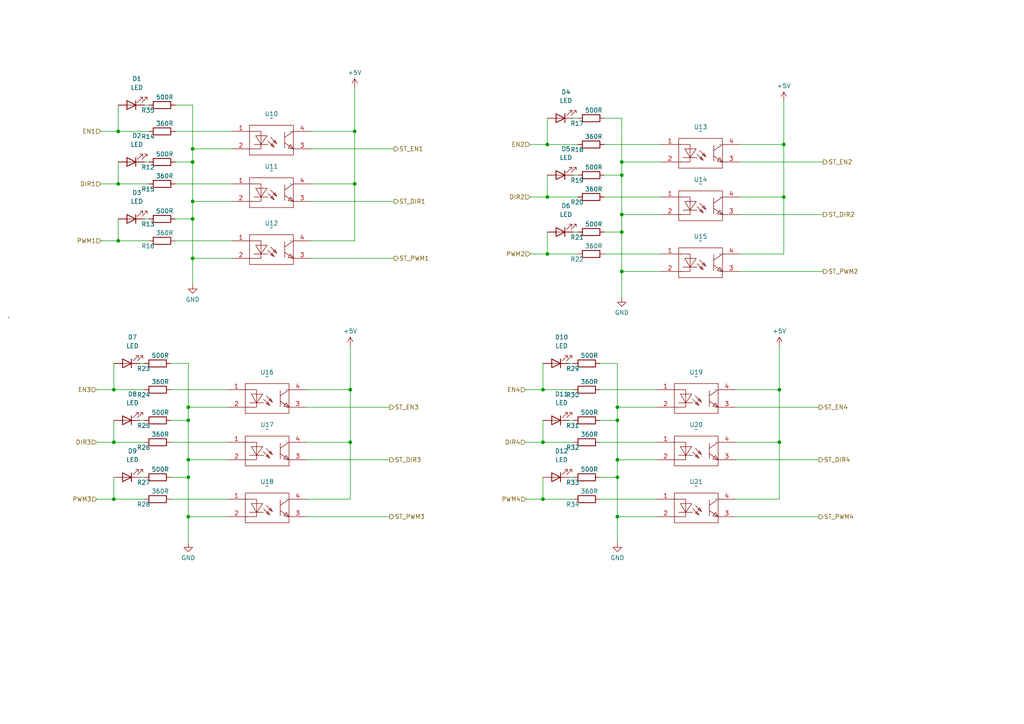
<source format=kicad_sch>
(kicad_sch
	(version 20231120)
	(generator "eeschema")
	(generator_version "8.0")
	(uuid "4845dc54-9c21-41ba-bda8-09c140c03af7")
	(paper "A4")
	(lib_symbols
		(symbol "Device:LED"
			(pin_numbers hide)
			(pin_names
				(offset 1.016) hide)
			(exclude_from_sim no)
			(in_bom yes)
			(on_board yes)
			(property "Reference" "D"
				(at 0 2.54 0)
				(effects
					(font
						(size 1.27 1.27)
					)
				)
			)
			(property "Value" "LED"
				(at 0 -2.54 0)
				(effects
					(font
						(size 1.27 1.27)
					)
				)
			)
			(property "Footprint" ""
				(at 0 0 0)
				(effects
					(font
						(size 1.27 1.27)
					)
					(hide yes)
				)
			)
			(property "Datasheet" "~"
				(at 0 0 0)
				(effects
					(font
						(size 1.27 1.27)
					)
					(hide yes)
				)
			)
			(property "Description" "Light emitting diode"
				(at 0 0 0)
				(effects
					(font
						(size 1.27 1.27)
					)
					(hide yes)
				)
			)
			(property "ki_keywords" "LED diode"
				(at 0 0 0)
				(effects
					(font
						(size 1.27 1.27)
					)
					(hide yes)
				)
			)
			(property "ki_fp_filters" "LED* LED_SMD:* LED_THT:*"
				(at 0 0 0)
				(effects
					(font
						(size 1.27 1.27)
					)
					(hide yes)
				)
			)
			(symbol "LED_0_1"
				(polyline
					(pts
						(xy -1.27 -1.27) (xy -1.27 1.27)
					)
					(stroke
						(width 0.254)
						(type default)
					)
					(fill
						(type none)
					)
				)
				(polyline
					(pts
						(xy -1.27 0) (xy 1.27 0)
					)
					(stroke
						(width 0)
						(type default)
					)
					(fill
						(type none)
					)
				)
				(polyline
					(pts
						(xy 1.27 -1.27) (xy 1.27 1.27) (xy -1.27 0) (xy 1.27 -1.27)
					)
					(stroke
						(width 0.254)
						(type default)
					)
					(fill
						(type none)
					)
				)
				(polyline
					(pts
						(xy -3.048 -0.762) (xy -4.572 -2.286) (xy -3.81 -2.286) (xy -4.572 -2.286) (xy -4.572 -1.524)
					)
					(stroke
						(width 0)
						(type default)
					)
					(fill
						(type none)
					)
				)
				(polyline
					(pts
						(xy -1.778 -0.762) (xy -3.302 -2.286) (xy -2.54 -2.286) (xy -3.302 -2.286) (xy -3.302 -1.524)
					)
					(stroke
						(width 0)
						(type default)
					)
					(fill
						(type none)
					)
				)
			)
			(symbol "LED_1_1"
				(pin passive line
					(at -3.81 0 0)
					(length 2.54)
					(name "K"
						(effects
							(font
								(size 1.27 1.27)
							)
						)
					)
					(number "1"
						(effects
							(font
								(size 1.27 1.27)
							)
						)
					)
				)
				(pin passive line
					(at 3.81 0 180)
					(length 2.54)
					(name "A"
						(effects
							(font
								(size 1.27 1.27)
							)
						)
					)
					(number "2"
						(effects
							(font
								(size 1.27 1.27)
							)
						)
					)
				)
			)
		)
		(symbol "Device:R"
			(pin_numbers hide)
			(pin_names
				(offset 0)
			)
			(exclude_from_sim no)
			(in_bom yes)
			(on_board yes)
			(property "Reference" "R"
				(at 2.032 0 90)
				(effects
					(font
						(size 1.27 1.27)
					)
				)
			)
			(property "Value" "R"
				(at 0 0 90)
				(effects
					(font
						(size 1.27 1.27)
					)
				)
			)
			(property "Footprint" ""
				(at -1.778 0 90)
				(effects
					(font
						(size 1.27 1.27)
					)
					(hide yes)
				)
			)
			(property "Datasheet" "~"
				(at 0 0 0)
				(effects
					(font
						(size 1.27 1.27)
					)
					(hide yes)
				)
			)
			(property "Description" "Resistor"
				(at 0 0 0)
				(effects
					(font
						(size 1.27 1.27)
					)
					(hide yes)
				)
			)
			(property "ki_keywords" "R res resistor"
				(at 0 0 0)
				(effects
					(font
						(size 1.27 1.27)
					)
					(hide yes)
				)
			)
			(property "ki_fp_filters" "R_*"
				(at 0 0 0)
				(effects
					(font
						(size 1.27 1.27)
					)
					(hide yes)
				)
			)
			(symbol "R_0_1"
				(rectangle
					(start -1.016 -2.54)
					(end 1.016 2.54)
					(stroke
						(width 0.254)
						(type default)
					)
					(fill
						(type none)
					)
				)
			)
			(symbol "R_1_1"
				(pin passive line
					(at 0 3.81 270)
					(length 1.27)
					(name "~"
						(effects
							(font
								(size 1.27 1.27)
							)
						)
					)
					(number "1"
						(effects
							(font
								(size 1.27 1.27)
							)
						)
					)
				)
				(pin passive line
					(at 0 -3.81 90)
					(length 1.27)
					(name "~"
						(effects
							(font
								(size 1.27 1.27)
							)
						)
					)
					(number "2"
						(effects
							(font
								(size 1.27 1.27)
							)
						)
					)
				)
			)
		)
		(symbol "MY_Library:EL357N(C)(TA)-G"
			(exclude_from_sim no)
			(in_bom yes)
			(on_board yes)
			(property "Reference" "U?"
				(at 18.034 -5.08 0)
				(effects
					(font
						(size 1.27 1.27)
					)
				)
			)
			(property "Value" ""
				(at 0 0 0)
				(effects
					(font
						(size 1.27 1.27)
					)
				)
			)
			(property "Footprint" "MYLibrary:OPTO-SMD-4_L4.4-W4.1-P2.54-LS7.0-TL"
				(at -0.508 -8.382 0)
				(effects
					(font
						(size 1.27 1.27)
					)
					(hide yes)
				)
			)
			(property "Datasheet" ""
				(at 0 0 0)
				(effects
					(font
						(size 1.27 1.27)
					)
					(hide yes)
				)
			)
			(property "Description" ""
				(at 0 0 0)
				(effects
					(font
						(size 1.27 1.27)
					)
					(hide yes)
				)
			)
			(symbol "EL357N(C)(TA)-G_1_0"
				(rectangle
					(start -6.35 -4.318)
					(end 6.35 4.318)
					(stroke
						(width 0)
						(type default)
					)
					(fill
						(type none)
					)
				)
				(polyline
					(pts
						(xy -1.016 -1.27) (xy -5.08 -1.27)
					)
					(stroke
						(width 0)
						(type default)
					)
					(fill
						(type none)
					)
				)
				(polyline
					(pts
						(xy -1.016 -0.254) (xy 0.762 -2.032)
					)
					(stroke
						(width 0)
						(type default)
					)
					(fill
						(type none)
					)
				)
				(polyline
					(pts
						(xy -0.254 0.762) (xy 1.524 -1.016)
					)
					(stroke
						(width 0)
						(type default)
					)
					(fill
						(type none)
					)
				)
				(polyline
					(pts
						(xy 3.81 -0.762) (xy 6.35 -2.54)
					)
					(stroke
						(width 0)
						(type default)
					)
					(fill
						(type none)
					)
				)
				(polyline
					(pts
						(xy 3.81 2.286) (xy 3.81 -2.286)
					)
					(stroke
						(width 0)
						(type default)
					)
					(fill
						(type none)
					)
				)
				(polyline
					(pts
						(xy 6.35 2.54) (xy 3.81 0.762)
					)
					(stroke
						(width 0)
						(type default)
					)
					(fill
						(type none)
					)
				)
				(polyline
					(pts
						(xy -6.35 2.54) (xy -3.048 2.54) (xy -3.048 2.54) (xy -3.048 -2.54) (xy -3.048 -2.54) (xy -6.35 -2.54)
					)
					(stroke
						(width 0)
						(type default)
					)
					(fill
						(type none)
					)
				)
				(polyline
					(pts
						(xy -4.572 1.27) (xy -3.048 -1.27) (xy -3.048 -1.27) (xy -1.27 1.27) (xy -1.27 1.27) (xy -4.572 1.27)
					)
					(stroke
						(width 0)
						(type default)
					)
					(fill
						(type none)
					)
				)
				(polyline
					(pts
						(xy 0.762 -2.032) (xy 0.254 -1.016) (xy 0.254 -1.016) (xy -0.254 -1.524) (xy -0.254 -1.524) (xy 0.762 -2.032)
					)
					(stroke
						(width 0)
						(type default)
					)
					(fill
						(type none)
					)
				)
				(polyline
					(pts
						(xy 1.524 -1.016) (xy 1.016 0) (xy 1.016 0) (xy 0.508 -0.508) (xy 0.508 -0.508) (xy 1.524 -1.016)
					)
					(stroke
						(width 0)
						(type default)
					)
					(fill
						(type none)
					)
				)
				(polyline
					(pts
						(xy 6.35 -2.54) (xy 5.588 -1.27) (xy 5.588 -1.27) (xy 4.826 -2.286) (xy 4.826 -2.286) (xy 6.35 -2.54)
					)
					(stroke
						(width 0)
						(type default)
					)
					(fill
						(type none)
					)
				)
				(pin input line
					(at -11.43 2.54 0)
					(length 5.08)
					(name "AN"
						(effects
							(font
								(size 0.0254 0.0254)
							)
						)
					)
					(number "1"
						(effects
							(font
								(size 1.27 1.27)
							)
						)
					)
				)
				(pin input line
					(at -11.43 -2.54 0)
					(length 5.08)
					(name "CAT"
						(effects
							(font
								(size 0.0254 0.0254)
							)
						)
					)
					(number "2"
						(effects
							(font
								(size 1.27 1.27)
							)
						)
					)
				)
				(pin input line
					(at 11.43 -2.54 180)
					(length 5.08)
					(name "EM"
						(effects
							(font
								(size 0.0254 0.0254)
							)
						)
					)
					(number "3"
						(effects
							(font
								(size 1.27 1.27)
							)
						)
					)
				)
				(pin input line
					(at 11.43 2.54 180)
					(length 5.08)
					(name "COL"
						(effects
							(font
								(size 0.0254 0.0254)
							)
						)
					)
					(number "4"
						(effects
							(font
								(size 1.27 1.27)
							)
						)
					)
				)
			)
		)
		(symbol "power:+5V"
			(power)
			(pin_names
				(offset 0)
			)
			(exclude_from_sim no)
			(in_bom yes)
			(on_board yes)
			(property "Reference" "#PWR"
				(at 0 -3.81 0)
				(effects
					(font
						(size 1.27 1.27)
					)
					(hide yes)
				)
			)
			(property "Value" "+5V"
				(at 0 3.556 0)
				(effects
					(font
						(size 1.27 1.27)
					)
				)
			)
			(property "Footprint" ""
				(at 0 0 0)
				(effects
					(font
						(size 1.27 1.27)
					)
					(hide yes)
				)
			)
			(property "Datasheet" ""
				(at 0 0 0)
				(effects
					(font
						(size 1.27 1.27)
					)
					(hide yes)
				)
			)
			(property "Description" "Power symbol creates a global label with name \"+5V\""
				(at 0 0 0)
				(effects
					(font
						(size 1.27 1.27)
					)
					(hide yes)
				)
			)
			(property "ki_keywords" "global power"
				(at 0 0 0)
				(effects
					(font
						(size 1.27 1.27)
					)
					(hide yes)
				)
			)
			(symbol "+5V_0_1"
				(polyline
					(pts
						(xy -0.762 1.27) (xy 0 2.54)
					)
					(stroke
						(width 0)
						(type default)
					)
					(fill
						(type none)
					)
				)
				(polyline
					(pts
						(xy 0 0) (xy 0 2.54)
					)
					(stroke
						(width 0)
						(type default)
					)
					(fill
						(type none)
					)
				)
				(polyline
					(pts
						(xy 0 2.54) (xy 0.762 1.27)
					)
					(stroke
						(width 0)
						(type default)
					)
					(fill
						(type none)
					)
				)
			)
			(symbol "+5V_1_1"
				(pin power_in line
					(at 0 0 90)
					(length 0) hide
					(name "+5V"
						(effects
							(font
								(size 1.27 1.27)
							)
						)
					)
					(number "1"
						(effects
							(font
								(size 1.27 1.27)
							)
						)
					)
				)
			)
		)
		(symbol "power:GND"
			(power)
			(pin_names
				(offset 0)
			)
			(exclude_from_sim no)
			(in_bom yes)
			(on_board yes)
			(property "Reference" "#PWR"
				(at 0 -6.35 0)
				(effects
					(font
						(size 1.27 1.27)
					)
					(hide yes)
				)
			)
			(property "Value" "GND"
				(at 0 -3.81 0)
				(effects
					(font
						(size 1.27 1.27)
					)
				)
			)
			(property "Footprint" ""
				(at 0 0 0)
				(effects
					(font
						(size 1.27 1.27)
					)
					(hide yes)
				)
			)
			(property "Datasheet" ""
				(at 0 0 0)
				(effects
					(font
						(size 1.27 1.27)
					)
					(hide yes)
				)
			)
			(property "Description" "Power symbol creates a global label with name \"GND\" , ground"
				(at 0 0 0)
				(effects
					(font
						(size 1.27 1.27)
					)
					(hide yes)
				)
			)
			(property "ki_keywords" "global power"
				(at 0 0 0)
				(effects
					(font
						(size 1.27 1.27)
					)
					(hide yes)
				)
			)
			(symbol "GND_0_1"
				(polyline
					(pts
						(xy 0 0) (xy 0 -1.27) (xy 1.27 -1.27) (xy 0 -2.54) (xy -1.27 -1.27) (xy 0 -1.27)
					)
					(stroke
						(width 0)
						(type default)
					)
					(fill
						(type none)
					)
				)
			)
			(symbol "GND_1_1"
				(pin power_in line
					(at 0 0 270)
					(length 0) hide
					(name "GND"
						(effects
							(font
								(size 1.27 1.27)
							)
						)
					)
					(number "1"
						(effects
							(font
								(size 1.27 1.27)
							)
						)
					)
				)
			)
		)
	)
	(junction
		(at 158.75 73.66)
		(diameter 0)
		(color 0 0 0 0)
		(uuid "00ddcc51-357d-43f6-b265-cdc7c045abc9")
	)
	(junction
		(at 179.07 118.11)
		(diameter 0)
		(color 0 0 0 0)
		(uuid "0634da58-bb1c-4411-a600-ed8238774f51")
	)
	(junction
		(at 227.33 57.15)
		(diameter 0)
		(color 0 0 0 0)
		(uuid "0b1aca6d-6c29-4f1d-ab40-7a1bfa399e1f")
	)
	(junction
		(at 158.75 41.91)
		(diameter 0)
		(color 0 0 0 0)
		(uuid "0fd2e63c-8263-4ddc-af37-5ec34774c3ec")
	)
	(junction
		(at 34.29 69.85)
		(diameter 0)
		(color 0 0 0 0)
		(uuid "12c507e2-b03c-46c8-8091-2104a69b0e63")
	)
	(junction
		(at 102.87 53.34)
		(diameter 0)
		(color 0 0 0 0)
		(uuid "18aee7ae-3fcc-406f-9800-59cfac3d9519")
	)
	(junction
		(at 34.29 53.34)
		(diameter 0)
		(color 0 0 0 0)
		(uuid "229d308e-23ab-4a0f-9f9a-4beae3ee221e")
	)
	(junction
		(at 179.07 133.35)
		(diameter 0)
		(color 0 0 0 0)
		(uuid "2ad9b85c-892b-4794-9b9e-6e78791a36dc")
	)
	(junction
		(at 33.02 128.27)
		(diameter 0)
		(color 0 0 0 0)
		(uuid "2f35eeb0-4ad2-481e-a1a8-18e5db9b211a")
	)
	(junction
		(at 55.88 74.93)
		(diameter 0)
		(color 0 0 0 0)
		(uuid "31585210-f9bb-4a19-ba6b-4313a24b270c")
	)
	(junction
		(at 33.02 144.78)
		(diameter 0)
		(color 0 0 0 0)
		(uuid "3d7936eb-2ea0-431a-bd4e-2d508de0efc7")
	)
	(junction
		(at 55.88 58.42)
		(diameter 0)
		(color 0 0 0 0)
		(uuid "3e96a2d7-316f-48e4-9ef0-19d2de3abfce")
	)
	(junction
		(at 55.88 63.5)
		(diameter 0)
		(color 0 0 0 0)
		(uuid "425d4d2c-0170-4763-bd32-7ab78b21e6ec")
	)
	(junction
		(at 54.61 118.11)
		(diameter 0)
		(color 0 0 0 0)
		(uuid "468e0c92-50d8-4d24-adb3-16d193947a1f")
	)
	(junction
		(at 180.34 50.8)
		(diameter 0)
		(color 0 0 0 0)
		(uuid "47443f10-4c0b-4092-b39d-27436176dc9c")
	)
	(junction
		(at 180.34 78.74)
		(diameter 0)
		(color 0 0 0 0)
		(uuid "499a1294-7c9e-4cd0-843d-a5cec19f36dd")
	)
	(junction
		(at 157.48 113.03)
		(diameter 0)
		(color 0 0 0 0)
		(uuid "4cab7a81-8fab-4b05-9255-a6a708b246fa")
	)
	(junction
		(at 180.34 46.99)
		(diameter 0)
		(color 0 0 0 0)
		(uuid "584669d5-c4e7-4014-876e-54dd017c8fa8")
	)
	(junction
		(at 179.07 121.92)
		(diameter 0)
		(color 0 0 0 0)
		(uuid "5aac509b-df45-49c4-9daa-3a05702089f5")
	)
	(junction
		(at 55.88 43.18)
		(diameter 0)
		(color 0 0 0 0)
		(uuid "5f1bea8d-0005-42d4-8490-7c8b251a1aff")
	)
	(junction
		(at 180.34 62.23)
		(diameter 0)
		(color 0 0 0 0)
		(uuid "6105baba-6403-4316-954c-0aecca58bad0")
	)
	(junction
		(at 158.75 57.15)
		(diameter 0)
		(color 0 0 0 0)
		(uuid "6429679d-0a61-41fd-9481-4182ee9596db")
	)
	(junction
		(at 179.07 138.43)
		(diameter 0)
		(color 0 0 0 0)
		(uuid "7a66f9c1-fa46-4283-ac54-addd226f2509")
	)
	(junction
		(at 101.6 128.27)
		(diameter 0)
		(color 0 0 0 0)
		(uuid "8ebb1226-c616-4984-aae8-b03e2e15650c")
	)
	(junction
		(at 54.61 121.92)
		(diameter 0)
		(color 0 0 0 0)
		(uuid "8fbffbab-956f-4e62-828f-6a530270350c")
	)
	(junction
		(at 179.07 149.86)
		(diameter 0)
		(color 0 0 0 0)
		(uuid "92627253-15c5-4c34-8285-3f729f6b9d43")
	)
	(junction
		(at 34.29 38.1)
		(diameter 0)
		(color 0 0 0 0)
		(uuid "93cf563f-0594-4deb-9e7b-676c63ac5dfd")
	)
	(junction
		(at 55.88 46.99)
		(diameter 0)
		(color 0 0 0 0)
		(uuid "97554378-0573-49dc-b2c0-680d91e4b18e")
	)
	(junction
		(at 33.02 113.03)
		(diameter 0)
		(color 0 0 0 0)
		(uuid "994c148b-35ed-46e1-9569-30682d7063d4")
	)
	(junction
		(at 157.48 128.27)
		(diameter 0)
		(color 0 0 0 0)
		(uuid "9d340f26-5f17-4935-861f-b6c2e8bb3e28")
	)
	(junction
		(at 227.33 41.91)
		(diameter 0)
		(color 0 0 0 0)
		(uuid "a24e6fa4-f747-41c0-9708-a08eeada1ae4")
	)
	(junction
		(at 102.87 38.1)
		(diameter 0)
		(color 0 0 0 0)
		(uuid "a2a484eb-c758-4dc8-af44-d2b70549673f")
	)
	(junction
		(at 180.34 67.31)
		(diameter 0)
		(color 0 0 0 0)
		(uuid "a55581d8-d86c-44c1-b519-a8950a613f15")
	)
	(junction
		(at 226.06 128.27)
		(diameter 0)
		(color 0 0 0 0)
		(uuid "b9fe0e69-acc6-4f5a-ad35-920ff8b48437")
	)
	(junction
		(at 101.6 113.03)
		(diameter 0)
		(color 0 0 0 0)
		(uuid "bbfe1884-83f2-438c-a0d0-782cba964059")
	)
	(junction
		(at 226.06 113.03)
		(diameter 0)
		(color 0 0 0 0)
		(uuid "c0c3444a-6fba-41f1-9ac9-b2252dd40dde")
	)
	(junction
		(at 54.61 138.43)
		(diameter 0)
		(color 0 0 0 0)
		(uuid "ca689a6f-55ec-48fa-b73c-54da06988e73")
	)
	(junction
		(at 54.61 149.86)
		(diameter 0)
		(color 0 0 0 0)
		(uuid "d087b44b-43dc-41c6-ae81-42689a0e356a")
	)
	(junction
		(at 157.48 144.78)
		(diameter 0)
		(color 0 0 0 0)
		(uuid "d4433aa6-df01-44be-b01d-ef218628bf06")
	)
	(junction
		(at 54.61 133.35)
		(diameter 0)
		(color 0 0 0 0)
		(uuid "d56c04b5-d00d-4099-a94c-1e756278caa7")
	)
	(wire
		(pts
			(xy 179.07 133.35) (xy 190.5 133.35)
		)
		(stroke
			(width 0)
			(type default)
		)
		(uuid "016690e1-5181-43cc-9498-8e183412ffc3")
	)
	(wire
		(pts
			(xy 165.1 105.41) (xy 166.37 105.41)
		)
		(stroke
			(width 0)
			(type default)
		)
		(uuid "034f818a-5efc-475a-8b09-1e6026caa923")
	)
	(wire
		(pts
			(xy 55.88 46.99) (xy 55.88 58.42)
		)
		(stroke
			(width 0)
			(type default)
		)
		(uuid "04aeadaf-1f8e-4c5e-94e4-67b4c6ca5a93")
	)
	(wire
		(pts
			(xy 213.36 144.78) (xy 226.06 144.78)
		)
		(stroke
			(width 0)
			(type default)
		)
		(uuid "04b321fd-5d99-449f-88b9-380a865af60c")
	)
	(wire
		(pts
			(xy 179.07 149.86) (xy 179.07 157.48)
		)
		(stroke
			(width 0)
			(type default)
		)
		(uuid "057eb4ba-89fa-4446-a2cb-1fe51f463278")
	)
	(wire
		(pts
			(xy 157.48 105.41) (xy 157.48 113.03)
		)
		(stroke
			(width 0)
			(type default)
		)
		(uuid "05e6fa71-32fb-466c-9ccc-2c0f603ebbb1")
	)
	(wire
		(pts
			(xy 226.06 113.03) (xy 226.06 128.27)
		)
		(stroke
			(width 0)
			(type default)
		)
		(uuid "094209c7-56e7-40b3-b341-e5882750e1c2")
	)
	(wire
		(pts
			(xy 180.34 78.74) (xy 191.77 78.74)
		)
		(stroke
			(width 0)
			(type default)
		)
		(uuid "0a274ea3-74a5-425c-83a7-b35b2514819c")
	)
	(polyline
		(pts
			(xy 2.54 91.948) (xy 2.54 92.202)
		)
		(stroke
			(width 0)
			(type default)
		)
		(uuid "0c465a5f-e7e3-48b3-be1d-10aa2c30e2e7")
	)
	(wire
		(pts
			(xy 153.67 57.15) (xy 158.75 57.15)
		)
		(stroke
			(width 0)
			(type default)
		)
		(uuid "0d0d3927-474f-4296-8ba3-6f2fec78cecb")
	)
	(wire
		(pts
			(xy 165.1 138.43) (xy 166.37 138.43)
		)
		(stroke
			(width 0)
			(type default)
		)
		(uuid "0e5cfcc5-7b49-4734-b2f8-3ab9674998c9")
	)
	(wire
		(pts
			(xy 88.9 149.86) (xy 113.03 149.86)
		)
		(stroke
			(width 0)
			(type default)
		)
		(uuid "0f791098-f0fe-4e96-bb45-778b7563e596")
	)
	(wire
		(pts
			(xy 190.5 118.11) (xy 179.07 118.11)
		)
		(stroke
			(width 0)
			(type default)
		)
		(uuid "1781ff45-9259-4a53-a015-35813604940a")
	)
	(wire
		(pts
			(xy 90.17 43.18) (xy 114.3 43.18)
		)
		(stroke
			(width 0)
			(type default)
		)
		(uuid "18f53e6e-f6ed-45b1-a1e6-ee92d338740a")
	)
	(wire
		(pts
			(xy 90.17 69.85) (xy 102.87 69.85)
		)
		(stroke
			(width 0)
			(type default)
		)
		(uuid "19d663e0-d731-4d5e-80c4-302343bdd04d")
	)
	(wire
		(pts
			(xy 166.37 67.31) (xy 167.64 67.31)
		)
		(stroke
			(width 0)
			(type default)
		)
		(uuid "1cb1e4d3-18b2-406e-9ed0-fc3eb7b467ee")
	)
	(wire
		(pts
			(xy 101.6 100.33) (xy 101.6 113.03)
		)
		(stroke
			(width 0)
			(type default)
		)
		(uuid "1d355830-57a3-4b3b-a31f-5f1009a9b664")
	)
	(wire
		(pts
			(xy 88.9 144.78) (xy 101.6 144.78)
		)
		(stroke
			(width 0)
			(type default)
		)
		(uuid "1d4dbe7a-4c01-4fd9-9833-fa82cb50adc9")
	)
	(wire
		(pts
			(xy 88.9 133.35) (xy 113.03 133.35)
		)
		(stroke
			(width 0)
			(type default)
		)
		(uuid "1e4f2fe1-da0e-46b5-bb54-c6fbb0aedc0b")
	)
	(wire
		(pts
			(xy 173.99 144.78) (xy 190.5 144.78)
		)
		(stroke
			(width 0)
			(type default)
		)
		(uuid "1edb6506-b7e7-463f-874f-b72bc60b3c64")
	)
	(wire
		(pts
			(xy 88.9 118.11) (xy 113.03 118.11)
		)
		(stroke
			(width 0)
			(type default)
		)
		(uuid "1ee69cd5-dd7e-4bdd-bcdb-6c22ab654ebb")
	)
	(wire
		(pts
			(xy 175.26 41.91) (xy 191.77 41.91)
		)
		(stroke
			(width 0)
			(type default)
		)
		(uuid "243d8fec-63bc-4438-8503-2e5838f12ed1")
	)
	(wire
		(pts
			(xy 67.31 43.18) (xy 55.88 43.18)
		)
		(stroke
			(width 0)
			(type default)
		)
		(uuid "263ed39f-4cac-428b-8482-8a4a938fc2a3")
	)
	(wire
		(pts
			(xy 49.53 105.41) (xy 54.61 105.41)
		)
		(stroke
			(width 0)
			(type default)
		)
		(uuid "267d37e6-646c-4a0c-bdc7-4390ad17851f")
	)
	(wire
		(pts
			(xy 173.99 138.43) (xy 179.07 138.43)
		)
		(stroke
			(width 0)
			(type default)
		)
		(uuid "2729e02e-9809-41a3-a667-80e594e68dfa")
	)
	(wire
		(pts
			(xy 41.91 30.48) (xy 43.18 30.48)
		)
		(stroke
			(width 0)
			(type default)
		)
		(uuid "28261f45-bb0d-4912-bed6-d9a6d8d05e02")
	)
	(wire
		(pts
			(xy 50.8 69.85) (xy 67.31 69.85)
		)
		(stroke
			(width 0)
			(type default)
		)
		(uuid "2a37ad2c-db03-4235-a92e-5176b5cec4c3")
	)
	(wire
		(pts
			(xy 55.88 74.93) (xy 55.88 82.55)
		)
		(stroke
			(width 0)
			(type default)
		)
		(uuid "2a87987c-c15b-42db-8178-fb9d3e401052")
	)
	(wire
		(pts
			(xy 33.02 128.27) (xy 41.91 128.27)
		)
		(stroke
			(width 0)
			(type default)
		)
		(uuid "2e0abf73-471d-4457-939f-a8ceec244856")
	)
	(wire
		(pts
			(xy 66.04 118.11) (xy 54.61 118.11)
		)
		(stroke
			(width 0)
			(type default)
		)
		(uuid "31a41159-a6ec-47b8-949b-c93cc7640c71")
	)
	(wire
		(pts
			(xy 54.61 149.86) (xy 54.61 157.48)
		)
		(stroke
			(width 0)
			(type default)
		)
		(uuid "32aad635-4270-4e30-bea8-16126c97f464")
	)
	(wire
		(pts
			(xy 90.17 74.93) (xy 114.3 74.93)
		)
		(stroke
			(width 0)
			(type default)
		)
		(uuid "392ad9e6-de93-4cbe-bcca-cf4303e39dcc")
	)
	(wire
		(pts
			(xy 41.91 63.5) (xy 43.18 63.5)
		)
		(stroke
			(width 0)
			(type default)
		)
		(uuid "3af948c4-8767-4df8-b564-46324ec684c9")
	)
	(wire
		(pts
			(xy 55.88 58.42) (xy 55.88 63.5)
		)
		(stroke
			(width 0)
			(type default)
		)
		(uuid "3cad6acf-cdc2-4218-80da-3cdd53f3e8ce")
	)
	(wire
		(pts
			(xy 102.87 25.4) (xy 102.87 38.1)
		)
		(stroke
			(width 0)
			(type default)
		)
		(uuid "3e05125e-d8b1-4b22-9963-7d50ea17b0e5")
	)
	(wire
		(pts
			(xy 226.06 144.78) (xy 226.06 128.27)
		)
		(stroke
			(width 0)
			(type default)
		)
		(uuid "3f7d89a0-93c3-4fa7-b483-f308004b869a")
	)
	(wire
		(pts
			(xy 41.91 46.99) (xy 43.18 46.99)
		)
		(stroke
			(width 0)
			(type default)
		)
		(uuid "40945053-e796-4fe2-aac1-2b33a1db44c8")
	)
	(wire
		(pts
			(xy 214.63 73.66) (xy 227.33 73.66)
		)
		(stroke
			(width 0)
			(type default)
		)
		(uuid "41640d2a-12d8-44e5-a4f2-eb7f006cea17")
	)
	(wire
		(pts
			(xy 227.33 41.91) (xy 227.33 57.15)
		)
		(stroke
			(width 0)
			(type default)
		)
		(uuid "41fb95a0-0158-4cef-9412-8d3d10f7dc37")
	)
	(wire
		(pts
			(xy 213.36 118.11) (xy 237.49 118.11)
		)
		(stroke
			(width 0)
			(type default)
		)
		(uuid "45de8770-b327-449d-9964-79e796efccdb")
	)
	(wire
		(pts
			(xy 34.29 53.34) (xy 43.18 53.34)
		)
		(stroke
			(width 0)
			(type default)
		)
		(uuid "48b991ce-ad16-4136-9a40-9a3ee5ba7631")
	)
	(wire
		(pts
			(xy 55.88 74.93) (xy 67.31 74.93)
		)
		(stroke
			(width 0)
			(type default)
		)
		(uuid "4be6b4f6-7e74-46ab-b122-6f72171c6b62")
	)
	(wire
		(pts
			(xy 173.99 121.92) (xy 179.07 121.92)
		)
		(stroke
			(width 0)
			(type default)
		)
		(uuid "4cac506d-9081-4424-b3d1-1a72cf32a904")
	)
	(wire
		(pts
			(xy 214.63 78.74) (xy 238.76 78.74)
		)
		(stroke
			(width 0)
			(type default)
		)
		(uuid "4ff70c7f-66ea-43ee-8239-57b0c95edc68")
	)
	(wire
		(pts
			(xy 213.36 133.35) (xy 237.49 133.35)
		)
		(stroke
			(width 0)
			(type default)
		)
		(uuid "503e27c9-d032-4762-bc60-c01e30d20917")
	)
	(wire
		(pts
			(xy 34.29 38.1) (xy 43.18 38.1)
		)
		(stroke
			(width 0)
			(type default)
		)
		(uuid "506ac15c-3502-4efb-8e08-1b64baf39109")
	)
	(wire
		(pts
			(xy 214.63 41.91) (xy 227.33 41.91)
		)
		(stroke
			(width 0)
			(type default)
		)
		(uuid "50ab6d9e-482c-41de-8ba8-8b793ad32946")
	)
	(wire
		(pts
			(xy 158.75 67.31) (xy 158.75 73.66)
		)
		(stroke
			(width 0)
			(type default)
		)
		(uuid "521701b0-fe96-450f-9421-577eb06efeeb")
	)
	(wire
		(pts
			(xy 180.34 67.31) (xy 180.34 78.74)
		)
		(stroke
			(width 0)
			(type default)
		)
		(uuid "53f00aba-ccba-440f-83bc-78b28a6a2772")
	)
	(wire
		(pts
			(xy 33.02 144.78) (xy 41.91 144.78)
		)
		(stroke
			(width 0)
			(type default)
		)
		(uuid "5604cb6b-cd70-42ba-a8a0-6180c765a536")
	)
	(wire
		(pts
			(xy 54.61 105.41) (xy 54.61 118.11)
		)
		(stroke
			(width 0)
			(type default)
		)
		(uuid "59a0cc0c-0592-4d52-a078-2714f87bb098")
	)
	(wire
		(pts
			(xy 34.29 69.85) (xy 43.18 69.85)
		)
		(stroke
			(width 0)
			(type default)
		)
		(uuid "5ac315fa-20d3-4d96-b6cc-ea39353e798d")
	)
	(wire
		(pts
			(xy 152.4 128.27) (xy 157.48 128.27)
		)
		(stroke
			(width 0)
			(type default)
		)
		(uuid "5b26f5e5-4db9-4095-a382-604fd61505a5")
	)
	(wire
		(pts
			(xy 54.61 118.11) (xy 54.61 121.92)
		)
		(stroke
			(width 0)
			(type default)
		)
		(uuid "5b7f8ab1-defb-434a-9e9a-69b26acdf89d")
	)
	(wire
		(pts
			(xy 49.53 113.03) (xy 66.04 113.03)
		)
		(stroke
			(width 0)
			(type default)
		)
		(uuid "5bcf288b-0fad-4bd2-80a3-949dcd0306de")
	)
	(wire
		(pts
			(xy 40.64 105.41) (xy 41.91 105.41)
		)
		(stroke
			(width 0)
			(type default)
		)
		(uuid "5c0d0d6a-1e2e-488b-bfb4-12f4b0e2299a")
	)
	(wire
		(pts
			(xy 157.48 144.78) (xy 166.37 144.78)
		)
		(stroke
			(width 0)
			(type default)
		)
		(uuid "5c92f8a6-4ad6-44c7-80f9-1a9d264b8926")
	)
	(wire
		(pts
			(xy 90.17 58.42) (xy 114.3 58.42)
		)
		(stroke
			(width 0)
			(type default)
		)
		(uuid "5d41d04d-3621-44bf-bb64-427082207f53")
	)
	(wire
		(pts
			(xy 175.26 50.8) (xy 180.34 50.8)
		)
		(stroke
			(width 0)
			(type default)
		)
		(uuid "5d9fc68b-5259-4b2b-851f-3643583843e6")
	)
	(wire
		(pts
			(xy 29.21 53.34) (xy 34.29 53.34)
		)
		(stroke
			(width 0)
			(type default)
		)
		(uuid "5db24f17-24bb-4581-bc28-eff04d62b5a4")
	)
	(wire
		(pts
			(xy 173.99 128.27) (xy 190.5 128.27)
		)
		(stroke
			(width 0)
			(type default)
		)
		(uuid "5ed94c6b-035f-4fa8-ab73-3f93dae8f94b")
	)
	(wire
		(pts
			(xy 179.07 138.43) (xy 179.07 149.86)
		)
		(stroke
			(width 0)
			(type default)
		)
		(uuid "5f369c64-8e61-44ce-bec3-f3695d1dec69")
	)
	(wire
		(pts
			(xy 175.26 57.15) (xy 191.77 57.15)
		)
		(stroke
			(width 0)
			(type default)
		)
		(uuid "61d10e2b-eb9c-460c-95b1-c37e99ccab71")
	)
	(wire
		(pts
			(xy 158.75 73.66) (xy 167.64 73.66)
		)
		(stroke
			(width 0)
			(type default)
		)
		(uuid "64dbd98c-351c-4617-b630-aa1ee641b04f")
	)
	(wire
		(pts
			(xy 158.75 50.8) (xy 158.75 57.15)
		)
		(stroke
			(width 0)
			(type default)
		)
		(uuid "66698a6b-0948-4c49-b1c9-e318b5b5d037")
	)
	(wire
		(pts
			(xy 166.37 50.8) (xy 167.64 50.8)
		)
		(stroke
			(width 0)
			(type default)
		)
		(uuid "67f2e2b0-ab9c-4b08-8559-a72e5e33230e")
	)
	(wire
		(pts
			(xy 27.94 128.27) (xy 33.02 128.27)
		)
		(stroke
			(width 0)
			(type default)
		)
		(uuid "69f9e34d-6749-44a6-95c9-f63b8d86c910")
	)
	(wire
		(pts
			(xy 40.64 121.92) (xy 41.91 121.92)
		)
		(stroke
			(width 0)
			(type default)
		)
		(uuid "6c8c2ad6-6d7e-40e5-8b25-1dcd876b9a0b")
	)
	(wire
		(pts
			(xy 33.02 138.43) (xy 33.02 144.78)
		)
		(stroke
			(width 0)
			(type default)
		)
		(uuid "6f515670-5c09-411f-a453-d3f082c07091")
	)
	(wire
		(pts
			(xy 152.4 113.03) (xy 157.48 113.03)
		)
		(stroke
			(width 0)
			(type default)
		)
		(uuid "6fe7f490-dcf3-4b82-9f0d-9f14cefd274d")
	)
	(wire
		(pts
			(xy 179.07 133.35) (xy 179.07 138.43)
		)
		(stroke
			(width 0)
			(type default)
		)
		(uuid "757205ad-9575-48fc-86e3-c6573a223cdd")
	)
	(wire
		(pts
			(xy 40.64 138.43) (xy 41.91 138.43)
		)
		(stroke
			(width 0)
			(type default)
		)
		(uuid "7689463d-c830-4e8a-a969-5e5a3d8263f6")
	)
	(wire
		(pts
			(xy 49.53 144.78) (xy 66.04 144.78)
		)
		(stroke
			(width 0)
			(type default)
		)
		(uuid "775f074c-47f9-48a5-b695-1b6ba4a79852")
	)
	(wire
		(pts
			(xy 227.33 73.66) (xy 227.33 57.15)
		)
		(stroke
			(width 0)
			(type default)
		)
		(uuid "77c693af-aae9-4180-9417-c5e6d3e70507")
	)
	(wire
		(pts
			(xy 175.26 67.31) (xy 180.34 67.31)
		)
		(stroke
			(width 0)
			(type default)
		)
		(uuid "7960fb1f-d924-4d9c-9c86-6eb9041ca4bb")
	)
	(wire
		(pts
			(xy 29.21 69.85) (xy 34.29 69.85)
		)
		(stroke
			(width 0)
			(type default)
		)
		(uuid "7ae63cef-134f-4c44-9878-526b87f08963")
	)
	(wire
		(pts
			(xy 157.48 121.92) (xy 157.48 128.27)
		)
		(stroke
			(width 0)
			(type default)
		)
		(uuid "7b29a3a1-fd90-4f56-a4cb-e16780b33944")
	)
	(wire
		(pts
			(xy 102.87 38.1) (xy 102.87 53.34)
		)
		(stroke
			(width 0)
			(type default)
		)
		(uuid "7b35bdd1-04db-4975-a979-502dc2f3dd84")
	)
	(wire
		(pts
			(xy 191.77 46.99) (xy 180.34 46.99)
		)
		(stroke
			(width 0)
			(type default)
		)
		(uuid "7b4565a3-63f1-4f22-94f1-f90dbf7a8dfc")
	)
	(wire
		(pts
			(xy 157.48 138.43) (xy 157.48 144.78)
		)
		(stroke
			(width 0)
			(type default)
		)
		(uuid "7cf5f36f-06a2-46ee-a691-ec28340a6698")
	)
	(wire
		(pts
			(xy 101.6 144.78) (xy 101.6 128.27)
		)
		(stroke
			(width 0)
			(type default)
		)
		(uuid "80649cda-36b2-4480-8a18-50eee9d7b376")
	)
	(wire
		(pts
			(xy 175.26 34.29) (xy 180.34 34.29)
		)
		(stroke
			(width 0)
			(type default)
		)
		(uuid "815d471f-a2e5-4c43-815e-49a047372446")
	)
	(wire
		(pts
			(xy 33.02 105.41) (xy 33.02 113.03)
		)
		(stroke
			(width 0)
			(type default)
		)
		(uuid "82ae8244-50ba-45d2-9427-1a4fd6889cae")
	)
	(wire
		(pts
			(xy 227.33 57.15) (xy 214.63 57.15)
		)
		(stroke
			(width 0)
			(type default)
		)
		(uuid "85197a8e-a043-445e-aff6-2ce838f89bdb")
	)
	(wire
		(pts
			(xy 179.07 121.92) (xy 179.07 133.35)
		)
		(stroke
			(width 0)
			(type default)
		)
		(uuid "8549e0d6-b8b3-4271-b122-bdb4488d026e")
	)
	(wire
		(pts
			(xy 34.29 30.48) (xy 34.29 38.1)
		)
		(stroke
			(width 0)
			(type default)
		)
		(uuid "8597195b-f31a-433b-9714-2089299d3594")
	)
	(wire
		(pts
			(xy 179.07 105.41) (xy 179.07 118.11)
		)
		(stroke
			(width 0)
			(type default)
		)
		(uuid "8692bbcc-16eb-4e11-9492-cd3cec7c24de")
	)
	(wire
		(pts
			(xy 33.02 121.92) (xy 33.02 128.27)
		)
		(stroke
			(width 0)
			(type default)
		)
		(uuid "87302436-e7df-427c-a0db-ed0b94db770e")
	)
	(wire
		(pts
			(xy 165.1 121.92) (xy 166.37 121.92)
		)
		(stroke
			(width 0)
			(type default)
		)
		(uuid "8736de23-6016-4efd-bc76-1c67eb698e3b")
	)
	(wire
		(pts
			(xy 179.07 149.86) (xy 190.5 149.86)
		)
		(stroke
			(width 0)
			(type default)
		)
		(uuid "88e94680-2f96-4fe4-a882-fb234737eaa2")
	)
	(wire
		(pts
			(xy 54.61 149.86) (xy 66.04 149.86)
		)
		(stroke
			(width 0)
			(type default)
		)
		(uuid "8bb62d41-d555-43df-94ad-66afe391e3e5")
	)
	(wire
		(pts
			(xy 175.26 73.66) (xy 191.77 73.66)
		)
		(stroke
			(width 0)
			(type default)
		)
		(uuid "8d7fcc4d-93c7-4bf6-9535-119ff89fe99a")
	)
	(wire
		(pts
			(xy 49.53 121.92) (xy 54.61 121.92)
		)
		(stroke
			(width 0)
			(type default)
		)
		(uuid "8e50f933-bfd5-41e4-a81b-90666a4a06b8")
	)
	(wire
		(pts
			(xy 179.07 118.11) (xy 179.07 121.92)
		)
		(stroke
			(width 0)
			(type default)
		)
		(uuid "8f760db2-391e-4a01-8f99-e6c757e442cb")
	)
	(wire
		(pts
			(xy 49.53 128.27) (xy 66.04 128.27)
		)
		(stroke
			(width 0)
			(type default)
		)
		(uuid "9035d7bd-b352-47c4-9312-8560c8cec9df")
	)
	(wire
		(pts
			(xy 54.61 121.92) (xy 54.61 133.35)
		)
		(stroke
			(width 0)
			(type default)
		)
		(uuid "90f220b9-9739-4d3c-836b-1ddae0b70320")
	)
	(wire
		(pts
			(xy 214.63 46.99) (xy 238.76 46.99)
		)
		(stroke
			(width 0)
			(type default)
		)
		(uuid "92d2d75a-ed12-4f0e-983c-1f7cb2987f76")
	)
	(wire
		(pts
			(xy 49.53 138.43) (xy 54.61 138.43)
		)
		(stroke
			(width 0)
			(type default)
		)
		(uuid "92d9e5f9-73f9-4e7e-a7e4-3e86ca64cb1e")
	)
	(wire
		(pts
			(xy 54.61 138.43) (xy 54.61 149.86)
		)
		(stroke
			(width 0)
			(type default)
		)
		(uuid "9471d85a-3411-4de4-a47d-18a094c65c88")
	)
	(wire
		(pts
			(xy 102.87 53.34) (xy 90.17 53.34)
		)
		(stroke
			(width 0)
			(type default)
		)
		(uuid "959261a5-9d16-42fb-9bd6-571930d4328a")
	)
	(wire
		(pts
			(xy 152.4 144.78) (xy 157.48 144.78)
		)
		(stroke
			(width 0)
			(type default)
		)
		(uuid "9999a2f6-c6cf-447c-8816-0e2b3723a372")
	)
	(wire
		(pts
			(xy 157.48 128.27) (xy 166.37 128.27)
		)
		(stroke
			(width 0)
			(type default)
		)
		(uuid "9a3a7991-b853-409e-8578-fc704ab2ade6")
	)
	(wire
		(pts
			(xy 27.94 144.78) (xy 33.02 144.78)
		)
		(stroke
			(width 0)
			(type default)
		)
		(uuid "9b9005b7-7782-4238-ba08-896001e89944")
	)
	(wire
		(pts
			(xy 153.67 73.66) (xy 158.75 73.66)
		)
		(stroke
			(width 0)
			(type default)
		)
		(uuid "a06b54c6-8a22-4360-8f08-4c2bf7b11200")
	)
	(wire
		(pts
			(xy 226.06 128.27) (xy 213.36 128.27)
		)
		(stroke
			(width 0)
			(type default)
		)
		(uuid "a142e418-c335-4a61-98db-fe419c53e1e8")
	)
	(wire
		(pts
			(xy 180.34 62.23) (xy 191.77 62.23)
		)
		(stroke
			(width 0)
			(type default)
		)
		(uuid "a4781a2a-cd3d-4d2c-adf2-c8d1ed77367a")
	)
	(wire
		(pts
			(xy 213.36 113.03) (xy 226.06 113.03)
		)
		(stroke
			(width 0)
			(type default)
		)
		(uuid "a513e495-b853-400c-9c70-3792077fea15")
	)
	(wire
		(pts
			(xy 50.8 46.99) (xy 55.88 46.99)
		)
		(stroke
			(width 0)
			(type default)
		)
		(uuid "a63939ee-7cbd-4eec-b64a-269d03b641b5")
	)
	(wire
		(pts
			(xy 55.88 58.42) (xy 67.31 58.42)
		)
		(stroke
			(width 0)
			(type default)
		)
		(uuid "a95856ef-06bf-4808-a1db-748b472c14eb")
	)
	(wire
		(pts
			(xy 214.63 62.23) (xy 238.76 62.23)
		)
		(stroke
			(width 0)
			(type default)
		)
		(uuid "b306d151-7a8f-411c-a991-e980c1ef1c1a")
	)
	(wire
		(pts
			(xy 27.94 113.03) (xy 33.02 113.03)
		)
		(stroke
			(width 0)
			(type default)
		)
		(uuid "ba289ba9-5c57-45e4-9576-f9dbb340b43e")
	)
	(wire
		(pts
			(xy 54.61 133.35) (xy 66.04 133.35)
		)
		(stroke
			(width 0)
			(type default)
		)
		(uuid "bb775423-da4d-4108-8556-8064324d6d34")
	)
	(wire
		(pts
			(xy 50.8 38.1) (xy 67.31 38.1)
		)
		(stroke
			(width 0)
			(type default)
		)
		(uuid "c0377513-cf53-4e76-9d58-dd4d45c13cdf")
	)
	(wire
		(pts
			(xy 54.61 133.35) (xy 54.61 138.43)
		)
		(stroke
			(width 0)
			(type default)
		)
		(uuid "c1a4f197-8929-4627-a34d-96d17e98f8da")
	)
	(wire
		(pts
			(xy 226.06 100.33) (xy 226.06 113.03)
		)
		(stroke
			(width 0)
			(type default)
		)
		(uuid "c2e89b32-dd57-43bd-848c-0deeeca28205")
	)
	(wire
		(pts
			(xy 90.17 38.1) (xy 102.87 38.1)
		)
		(stroke
			(width 0)
			(type default)
		)
		(uuid "c5fa9833-d07b-40fb-b1e9-1062d7c4be26")
	)
	(wire
		(pts
			(xy 180.34 34.29) (xy 180.34 46.99)
		)
		(stroke
			(width 0)
			(type default)
		)
		(uuid "c731e6b2-934e-4a92-bf22-3d5b3eb1ce34")
	)
	(wire
		(pts
			(xy 213.36 149.86) (xy 237.49 149.86)
		)
		(stroke
			(width 0)
			(type default)
		)
		(uuid "c7476216-33ba-4eaa-a528-cfbb0f281835")
	)
	(wire
		(pts
			(xy 102.87 69.85) (xy 102.87 53.34)
		)
		(stroke
			(width 0)
			(type default)
		)
		(uuid "c961082d-58f7-484c-9afa-147a87827c12")
	)
	(wire
		(pts
			(xy 227.33 29.21) (xy 227.33 41.91)
		)
		(stroke
			(width 0)
			(type default)
		)
		(uuid "cafdf47a-cbe7-4b8b-baa4-ba3955aaaad0")
	)
	(wire
		(pts
			(xy 55.88 63.5) (xy 55.88 74.93)
		)
		(stroke
			(width 0)
			(type default)
		)
		(uuid "cb49d114-b0b1-4a55-98dd-646e6262cc9f")
	)
	(wire
		(pts
			(xy 158.75 57.15) (xy 167.64 57.15)
		)
		(stroke
			(width 0)
			(type default)
		)
		(uuid "cc756711-7606-4a84-bb4f-d0ea5613fe4d")
	)
	(wire
		(pts
			(xy 50.8 30.48) (xy 55.88 30.48)
		)
		(stroke
			(width 0)
			(type default)
		)
		(uuid "cc99947e-0384-4c61-be06-9ba90f9aa946")
	)
	(wire
		(pts
			(xy 173.99 105.41) (xy 179.07 105.41)
		)
		(stroke
			(width 0)
			(type default)
		)
		(uuid "cf93d90a-141a-4db3-8a1a-15a2d63d5c0b")
	)
	(wire
		(pts
			(xy 50.8 53.34) (xy 67.31 53.34)
		)
		(stroke
			(width 0)
			(type default)
		)
		(uuid "d07995ba-db99-45b6-b213-ca91833a7947")
	)
	(wire
		(pts
			(xy 153.67 41.91) (xy 158.75 41.91)
		)
		(stroke
			(width 0)
			(type default)
		)
		(uuid "d18b9888-028c-46b2-bf5e-abe2ea8d1358")
	)
	(wire
		(pts
			(xy 55.88 43.18) (xy 55.88 46.99)
		)
		(stroke
			(width 0)
			(type default)
		)
		(uuid "d407b1cb-caa7-46fa-8841-fa65efd78022")
	)
	(wire
		(pts
			(xy 180.34 50.8) (xy 180.34 62.23)
		)
		(stroke
			(width 0)
			(type default)
		)
		(uuid "d43e7269-d2d8-4d6d-95c0-3ddf1234034e")
	)
	(wire
		(pts
			(xy 180.34 78.74) (xy 180.34 86.36)
		)
		(stroke
			(width 0)
			(type default)
		)
		(uuid "d640e57f-4fb4-46ff-95a4-2ed221251784")
	)
	(wire
		(pts
			(xy 34.29 63.5) (xy 34.29 69.85)
		)
		(stroke
			(width 0)
			(type default)
		)
		(uuid "d78647a7-7cf7-4a2e-bbf8-af07e918092d")
	)
	(wire
		(pts
			(xy 29.21 38.1) (xy 34.29 38.1)
		)
		(stroke
			(width 0)
			(type default)
		)
		(uuid "d87aa487-02c3-4096-8976-0856d2803737")
	)
	(wire
		(pts
			(xy 158.75 41.91) (xy 167.64 41.91)
		)
		(stroke
			(width 0)
			(type default)
		)
		(uuid "d9710681-b082-4b59-8be0-7a32d437d6fc")
	)
	(wire
		(pts
			(xy 101.6 128.27) (xy 88.9 128.27)
		)
		(stroke
			(width 0)
			(type default)
		)
		(uuid "da6b657e-a681-4310-a5bc-75eb33e39e1b")
	)
	(wire
		(pts
			(xy 101.6 113.03) (xy 101.6 128.27)
		)
		(stroke
			(width 0)
			(type default)
		)
		(uuid "dbcaa4e1-2564-43d8-8d98-700ba5723f08")
	)
	(wire
		(pts
			(xy 33.02 113.03) (xy 41.91 113.03)
		)
		(stroke
			(width 0)
			(type default)
		)
		(uuid "dfd845b7-14b2-476d-8ae2-6ae9e92b98c3")
	)
	(wire
		(pts
			(xy 166.37 34.29) (xy 167.64 34.29)
		)
		(stroke
			(width 0)
			(type default)
		)
		(uuid "e36aa936-4fc9-4653-a7ee-d4da8b687d1f")
	)
	(wire
		(pts
			(xy 88.9 113.03) (xy 101.6 113.03)
		)
		(stroke
			(width 0)
			(type default)
		)
		(uuid "e425c3f1-5419-4812-b170-76385b753a73")
	)
	(wire
		(pts
			(xy 50.8 63.5) (xy 55.88 63.5)
		)
		(stroke
			(width 0)
			(type default)
		)
		(uuid "e5fa8555-5587-4309-8d01-f2d16630b2fb")
	)
	(wire
		(pts
			(xy 158.75 34.29) (xy 158.75 41.91)
		)
		(stroke
			(width 0)
			(type default)
		)
		(uuid "e92d7d6a-b473-4caf-90aa-44b25536a750")
	)
	(wire
		(pts
			(xy 173.99 113.03) (xy 190.5 113.03)
		)
		(stroke
			(width 0)
			(type default)
		)
		(uuid "ea805b4c-e142-4138-aed0-35fd0f176c02")
	)
	(wire
		(pts
			(xy 157.48 113.03) (xy 166.37 113.03)
		)
		(stroke
			(width 0)
			(type default)
		)
		(uuid "ec4dc5bb-2404-42a1-aca8-402bb9157945")
	)
	(wire
		(pts
			(xy 55.88 30.48) (xy 55.88 43.18)
		)
		(stroke
			(width 0)
			(type default)
		)
		(uuid "f3b04446-f9c6-42d3-8618-01623de40ca3")
	)
	(wire
		(pts
			(xy 34.29 46.99) (xy 34.29 53.34)
		)
		(stroke
			(width 0)
			(type default)
		)
		(uuid "fc071c41-e920-4707-a21f-5c1c0dd64b5e")
	)
	(wire
		(pts
			(xy 180.34 62.23) (xy 180.34 67.31)
		)
		(stroke
			(width 0)
			(type default)
		)
		(uuid "fcfca1b2-24df-40c7-ba8a-39dded6daa0d")
	)
	(wire
		(pts
			(xy 180.34 46.99) (xy 180.34 50.8)
		)
		(stroke
			(width 0)
			(type default)
		)
		(uuid "fffa8ad5-28f1-4495-94a8-1e9d2aec727c")
	)
	(hierarchical_label "EN2"
		(shape input)
		(at 153.67 41.91 180)
		(fields_autoplaced yes)
		(effects
			(font
				(size 1.27 1.27)
			)
			(justify right)
		)
		(uuid "0630c722-c4d1-4971-95ae-1d6c8acbf828")
	)
	(hierarchical_label "EN4"
		(shape input)
		(at 152.4 113.03 180)
		(fields_autoplaced yes)
		(effects
			(font
				(size 1.27 1.27)
			)
			(justify right)
		)
		(uuid "0f2e64d1-155f-4cbc-8b1e-e6d259ba6d1d")
	)
	(hierarchical_label "PWM2"
		(shape input)
		(at 153.7762 73.66 180)
		(fields_autoplaced yes)
		(effects
			(font
				(size 1.27 1.27)
			)
			(justify right)
		)
		(uuid "2844b435-3d5b-443c-928a-aee670c6806e")
	)
	(hierarchical_label "DIR3"
		(shape input)
		(at 27.9635 128.27 180)
		(fields_autoplaced yes)
		(effects
			(font
				(size 1.27 1.27)
			)
			(justify right)
		)
		(uuid "2aa42167-bd3b-4087-98ab-2506104331c0")
	)
	(hierarchical_label "DIR2"
		(shape input)
		(at 153.6935 57.15 180)
		(fields_autoplaced yes)
		(effects
			(font
				(size 1.27 1.27)
			)
			(justify right)
		)
		(uuid "30e1cfdc-a78c-4e2b-9e3b-6d81d231b4b9")
	)
	(hierarchical_label "PWM1"
		(shape input)
		(at 29.3162 69.85 180)
		(fields_autoplaced yes)
		(effects
			(font
				(size 1.27 1.27)
			)
			(justify right)
		)
		(uuid "4794076d-7736-433b-b1ba-b8fe053a5ea8")
	)
	(hierarchical_label "ST_PWM1"
		(shape output)
		(at 114.3 74.93 0)
		(fields_autoplaced yes)
		(effects
			(font
				(size 1.27 1.27)
			)
			(justify left)
		)
		(uuid "48af46b7-fd8a-4cc2-a642-9a7c90868c30")
	)
	(hierarchical_label "ST_EN1"
		(shape output)
		(at 114.3 43.18 0)
		(fields_autoplaced yes)
		(effects
			(font
				(size 1.27 1.27)
			)
			(justify left)
		)
		(uuid "49569fb5-465b-4060-a582-01ba113934df")
	)
	(hierarchical_label "ST_EN2"
		(shape output)
		(at 238.76 46.99 0)
		(fields_autoplaced yes)
		(effects
			(font
				(size 1.27 1.27)
			)
			(justify left)
		)
		(uuid "52cd02be-fa6b-41e5-8c81-83edd8db52f3")
	)
	(hierarchical_label "ST_EN4"
		(shape output)
		(at 237.49 118.11 0)
		(fields_autoplaced yes)
		(effects
			(font
				(size 1.27 1.27)
			)
			(justify left)
		)
		(uuid "62f757bf-e2d1-4e5e-8309-90454e7bc405")
	)
	(hierarchical_label "EN1"
		(shape input)
		(at 29.21 38.1 180)
		(fields_autoplaced yes)
		(effects
			(font
				(size 1.27 1.27)
			)
			(justify right)
		)
		(uuid "73a21fc8-6da5-479c-b84d-82102d558f55")
	)
	(hierarchical_label "ST_DIR2"
		(shape output)
		(at 238.76 62.23 0)
		(fields_autoplaced yes)
		(effects
			(font
				(size 1.27 1.27)
			)
			(justify left)
		)
		(uuid "79381366-0c12-4962-91aa-f55980931c39")
	)
	(hierarchical_label "ST_PWM3"
		(shape output)
		(at 113.03 149.86 0)
		(fields_autoplaced yes)
		(effects
			(font
				(size 1.27 1.27)
			)
			(justify left)
		)
		(uuid "95b68aab-e41f-4729-ba6c-1727bcbeff97")
	)
	(hierarchical_label "PWM3"
		(shape input)
		(at 28.0462 144.78 180)
		(fields_autoplaced yes)
		(effects
			(font
				(size 1.27 1.27)
			)
			(justify right)
		)
		(uuid "ab1a966a-9124-4db6-90a7-0ad8db9c3765")
	)
	(hierarchical_label "ST_EN3"
		(shape output)
		(at 113.03 118.11 0)
		(fields_autoplaced yes)
		(effects
			(font
				(size 1.27 1.27)
			)
			(justify left)
		)
		(uuid "ba09db23-bdf1-45f8-8a54-7ad7eedb6b7d")
	)
	(hierarchical_label "EN3"
		(shape input)
		(at 27.94 113.03 180)
		(fields_autoplaced yes)
		(effects
			(font
				(size 1.27 1.27)
			)
			(justify right)
		)
		(uuid "baac9587-2727-415a-99f6-c69389d8e600")
	)
	(hierarchical_label "PWM4"
		(shape input)
		(at 152.5062 144.78 180)
		(fields_autoplaced yes)
		(effects
			(font
				(size 1.27 1.27)
			)
			(justify right)
		)
		(uuid "c35e1e04-cb42-4d15-8189-70ac1b81a28b")
	)
	(hierarchical_label "ST_PWM2"
		(shape output)
		(at 238.76 78.74 0)
		(fields_autoplaced yes)
		(effects
			(font
				(size 1.27 1.27)
			)
			(justify left)
		)
		(uuid "c8fe3646-1697-43cf-b4bf-13da82cfb7bc")
	)
	(hierarchical_label "ST_DIR4"
		(shape output)
		(at 237.49 133.35 0)
		(fields_autoplaced yes)
		(effects
			(font
				(size 1.27 1.27)
			)
			(justify left)
		)
		(uuid "ce3065f0-9e98-4cb1-89d9-58fb169de362")
	)
	(hierarchical_label "ST_DIR1"
		(shape output)
		(at 114.3 58.42 0)
		(fields_autoplaced yes)
		(effects
			(font
				(size 1.27 1.27)
			)
			(justify left)
		)
		(uuid "e198f675-8e97-4b6d-bd0b-ace9aa887eaf")
	)
	(hierarchical_label "DIR4"
		(shape input)
		(at 152.4235 128.27 180)
		(fields_autoplaced yes)
		(effects
			(font
				(size 1.27 1.27)
			)
			(justify right)
		)
		(uuid "e7446c3b-5b05-43a1-aca9-7397d3996eb1")
	)
	(hierarchical_label "DIR1"
		(shape input)
		(at 29.2335 53.34 180)
		(fields_autoplaced yes)
		(effects
			(font
				(size 1.27 1.27)
			)
			(justify right)
		)
		(uuid "f1fbb710-71ab-4cd8-86a0-8b4c8b57865f")
	)
	(hierarchical_label "ST_PWM4"
		(shape output)
		(at 237.49 149.86 0)
		(fields_autoplaced yes)
		(effects
			(font
				(size 1.27 1.27)
			)
			(justify left)
		)
		(uuid "f7f29915-633c-4890-b14b-922ab6da7fda")
	)
	(hierarchical_label "ST_DIR3"
		(shape output)
		(at 113.03 133.35 0)
		(fields_autoplaced yes)
		(effects
			(font
				(size 1.27 1.27)
			)
			(justify left)
		)
		(uuid "fc53c6b7-bc54-45ac-aed4-6969d7950f9e")
	)
	(symbol
		(lib_id "Device:LED")
		(at 36.83 105.41 180)
		(unit 1)
		(exclude_from_sim no)
		(in_bom yes)
		(on_board yes)
		(dnp no)
		(fields_autoplaced yes)
		(uuid "031561a4-45fe-4c65-ac45-120c69ff8f0e")
		(property "Reference" "D7"
			(at 38.4175 97.79 0)
			(effects
				(font
					(size 1.27 1.27)
				)
			)
		)
		(property "Value" "LED"
			(at 38.4175 100.33 0)
			(effects
				(font
					(size 1.27 1.27)
				)
			)
		)
		(property "Footprint" "LED_SMD:LED_0603_1608Metric"
			(at 36.83 105.41 0)
			(effects
				(font
					(size 1.27 1.27)
				)
				(hide yes)
			)
		)
		(property "Datasheet" "~"
			(at 36.83 105.41 0)
			(effects
				(font
					(size 1.27 1.27)
				)
				(hide yes)
			)
		)
		(property "Description" "Light emitting diode"
			(at 36.83 105.41 0)
			(effects
				(font
					(size 1.27 1.27)
				)
				(hide yes)
			)
		)
		(pin "2"
			(uuid "7c576148-a69f-4396-88b7-c30edd781295")
		)
		(pin "1"
			(uuid "759c121a-e484-48e9-8aae-e41f4274b8f7")
		)
		(instances
			(project "运动控制卡"
				(path "/44f95aaa-b8fb-4878-90c0-6b2790b3f62f/4ffe39bc-5e7e-46ce-8764-d08b9b5c75ca"
					(reference "D7")
					(unit 1)
				)
			)
		)
	)
	(symbol
		(lib_id "power:+5V")
		(at 101.6 100.33 0)
		(unit 1)
		(exclude_from_sim no)
		(in_bom yes)
		(on_board yes)
		(dnp no)
		(fields_autoplaced yes)
		(uuid "0394af31-cf86-44af-863f-c128a6984aa7")
		(property "Reference" "#PWR041"
			(at 101.6 104.14 0)
			(effects
				(font
					(size 1.27 1.27)
				)
				(hide yes)
			)
		)
		(property "Value" "+5V"
			(at 101.6 96.012 0)
			(effects
				(font
					(size 1.27 1.27)
				)
			)
		)
		(property "Footprint" ""
			(at 101.6 100.33 0)
			(effects
				(font
					(size 1.27 1.27)
				)
				(hide yes)
			)
		)
		(property "Datasheet" ""
			(at 101.6 100.33 0)
			(effects
				(font
					(size 1.27 1.27)
				)
				(hide yes)
			)
		)
		(property "Description" ""
			(at 101.6 100.33 0)
			(effects
				(font
					(size 1.27 1.27)
				)
				(hide yes)
			)
		)
		(pin "1"
			(uuid "a06fb1d2-7c84-4da9-9ae0-b30f367fb278")
		)
		(instances
			(project "运动控制卡"
				(path "/44f95aaa-b8fb-4878-90c0-6b2790b3f62f/4ffe39bc-5e7e-46ce-8764-d08b9b5c75ca"
					(reference "#PWR041")
					(unit 1)
				)
			)
		)
	)
	(symbol
		(lib_id "Device:LED")
		(at 38.1 30.48 180)
		(unit 1)
		(exclude_from_sim no)
		(in_bom yes)
		(on_board yes)
		(dnp no)
		(fields_autoplaced yes)
		(uuid "04b0da22-9161-4193-92fd-09e7262b47da")
		(property "Reference" "D1"
			(at 39.6875 22.86 0)
			(effects
				(font
					(size 1.27 1.27)
				)
			)
		)
		(property "Value" "LED"
			(at 39.6875 25.4 0)
			(effects
				(font
					(size 1.27 1.27)
				)
			)
		)
		(property "Footprint" "LED_SMD:LED_0603_1608Metric"
			(at 38.1 30.48 0)
			(effects
				(font
					(size 1.27 1.27)
				)
				(hide yes)
			)
		)
		(property "Datasheet" "~"
			(at 38.1 30.48 0)
			(effects
				(font
					(size 1.27 1.27)
				)
				(hide yes)
			)
		)
		(property "Description" "Light emitting diode"
			(at 38.1 30.48 0)
			(effects
				(font
					(size 1.27 1.27)
				)
				(hide yes)
			)
		)
		(pin "2"
			(uuid "8affc74f-7ac8-465c-81c1-e262798fb18e")
		)
		(pin "1"
			(uuid "12d05794-671d-4201-b4b2-137c1ae4e1b4")
		)
		(instances
			(project "运动控制卡"
				(path "/44f95aaa-b8fb-4878-90c0-6b2790b3f62f/4ffe39bc-5e7e-46ce-8764-d08b9b5c75ca"
					(reference "D1")
					(unit 1)
				)
			)
		)
	)
	(symbol
		(lib_id "Device:LED")
		(at 161.29 138.43 180)
		(unit 1)
		(exclude_from_sim no)
		(in_bom yes)
		(on_board yes)
		(dnp no)
		(fields_autoplaced yes)
		(uuid "0809b478-f8ce-49f7-8543-1a7919b1c87d")
		(property "Reference" "D12"
			(at 162.8775 130.81 0)
			(effects
				(font
					(size 1.27 1.27)
				)
			)
		)
		(property "Value" "LED"
			(at 162.8775 133.35 0)
			(effects
				(font
					(size 1.27 1.27)
				)
			)
		)
		(property "Footprint" "LED_SMD:LED_0603_1608Metric"
			(at 161.29 138.43 0)
			(effects
				(font
					(size 1.27 1.27)
				)
				(hide yes)
			)
		)
		(property "Datasheet" "~"
			(at 161.29 138.43 0)
			(effects
				(font
					(size 1.27 1.27)
				)
				(hide yes)
			)
		)
		(property "Description" "Light emitting diode"
			(at 161.29 138.43 0)
			(effects
				(font
					(size 1.27 1.27)
				)
				(hide yes)
			)
		)
		(pin "2"
			(uuid "23341e5f-5bc9-475a-a305-c74499c3b7e0")
		)
		(pin "1"
			(uuid "5475e915-6326-418c-8310-b5590439a2b6")
		)
		(instances
			(project "运动控制卡"
				(path "/44f95aaa-b8fb-4878-90c0-6b2790b3f62f/4ffe39bc-5e7e-46ce-8764-d08b9b5c75ca"
					(reference "D12")
					(unit 1)
				)
			)
		)
	)
	(symbol
		(lib_id "Device:LED")
		(at 161.29 121.92 180)
		(unit 1)
		(exclude_from_sim no)
		(in_bom yes)
		(on_board yes)
		(dnp no)
		(fields_autoplaced yes)
		(uuid "0a139e3f-a23c-413e-a75c-87e4842605ad")
		(property "Reference" "D11"
			(at 162.8775 114.3 0)
			(effects
				(font
					(size 1.27 1.27)
				)
			)
		)
		(property "Value" "LED"
			(at 162.8775 116.84 0)
			(effects
				(font
					(size 1.27 1.27)
				)
			)
		)
		(property "Footprint" "LED_SMD:LED_0603_1608Metric"
			(at 161.29 121.92 0)
			(effects
				(font
					(size 1.27 1.27)
				)
				(hide yes)
			)
		)
		(property "Datasheet" "~"
			(at 161.29 121.92 0)
			(effects
				(font
					(size 1.27 1.27)
				)
				(hide yes)
			)
		)
		(property "Description" "Light emitting diode"
			(at 161.29 121.92 0)
			(effects
				(font
					(size 1.27 1.27)
				)
				(hide yes)
			)
		)
		(pin "2"
			(uuid "15231025-f868-469e-ab1b-b6b08b7c3860")
		)
		(pin "1"
			(uuid "1d34b91f-1eec-4415-8319-036a65cbe158")
		)
		(instances
			(project "运动控制卡"
				(path "/44f95aaa-b8fb-4878-90c0-6b2790b3f62f/4ffe39bc-5e7e-46ce-8764-d08b9b5c75ca"
					(reference "D11")
					(unit 1)
				)
			)
		)
	)
	(symbol
		(lib_id "power:GND")
		(at 180.34 86.36 0)
		(unit 1)
		(exclude_from_sim no)
		(in_bom yes)
		(on_board yes)
		(dnp no)
		(fields_autoplaced yes)
		(uuid "0bc8121d-63fc-4ea0-a38d-0334e91839e1")
		(property "Reference" "#PWR038"
			(at 180.34 92.71 0)
			(effects
				(font
					(size 1.27 1.27)
				)
				(hide yes)
			)
		)
		(property "Value" "GND"
			(at 180.34 90.678 0)
			(effects
				(font
					(size 1.27 1.27)
				)
			)
		)
		(property "Footprint" ""
			(at 180.34 86.36 0)
			(effects
				(font
					(size 1.27 1.27)
				)
				(hide yes)
			)
		)
		(property "Datasheet" ""
			(at 180.34 86.36 0)
			(effects
				(font
					(size 1.27 1.27)
				)
				(hide yes)
			)
		)
		(property "Description" ""
			(at 180.34 86.36 0)
			(effects
				(font
					(size 1.27 1.27)
				)
				(hide yes)
			)
		)
		(pin "1"
			(uuid "1a0cd799-450b-4030-9938-b7feb88c2b76")
		)
		(instances
			(project "运动控制卡"
				(path "/44f95aaa-b8fb-4878-90c0-6b2790b3f62f/4ffe39bc-5e7e-46ce-8764-d08b9b5c75ca"
					(reference "#PWR038")
					(unit 1)
				)
			)
		)
	)
	(symbol
		(lib_id "MY_Library:EL357N(C)(TA)-G")
		(at 203.2 44.45 0)
		(unit 1)
		(exclude_from_sim no)
		(in_bom yes)
		(on_board yes)
		(dnp no)
		(fields_autoplaced yes)
		(uuid "0ec2d9ab-3310-4993-9885-561a6af98f4a")
		(property "Reference" "U13"
			(at 203.2 36.83 0)
			(effects
				(font
					(size 1.27 1.27)
				)
			)
		)
		(property "Value" "~"
			(at 203.2 38.1 0)
			(effects
				(font
					(size 1.27 1.27)
				)
			)
		)
		(property "Footprint" "MYLibrary:OPTO-SMD-4_L4.4-W4.1-P2.54-LS7.0-TL"
			(at 202.692 52.832 0)
			(effects
				(font
					(size 1.27 1.27)
				)
				(hide yes)
			)
		)
		(property "Datasheet" ""
			(at 203.2 44.45 0)
			(effects
				(font
					(size 1.27 1.27)
				)
				(hide yes)
			)
		)
		(property "Description" ""
			(at 203.2 44.45 0)
			(effects
				(font
					(size 1.27 1.27)
				)
				(hide yes)
			)
		)
		(pin "1"
			(uuid "a69f68e3-5c0c-4c68-ac84-bc37f7df10ed")
		)
		(pin "3"
			(uuid "014d44a0-5c02-426e-b53a-4d1960fba288")
		)
		(pin "4"
			(uuid "af756c30-833a-4d02-b9d1-75a70269c9fd")
		)
		(pin "2"
			(uuid "1993cbf9-86f6-405a-a130-0ef79781e10b")
		)
		(instances
			(project "运动控制卡"
				(path "/44f95aaa-b8fb-4878-90c0-6b2790b3f62f/4ffe39bc-5e7e-46ce-8764-d08b9b5c75ca"
					(reference "U13")
					(unit 1)
				)
			)
		)
	)
	(symbol
		(lib_id "MY_Library:EL357N(C)(TA)-G")
		(at 201.93 147.32 0)
		(unit 1)
		(exclude_from_sim no)
		(in_bom yes)
		(on_board yes)
		(dnp no)
		(fields_autoplaced yes)
		(uuid "18e84d0d-226f-410c-be6a-6d39db14dc92")
		(property "Reference" "U21"
			(at 201.93 139.7 0)
			(effects
				(font
					(size 1.27 1.27)
				)
			)
		)
		(property "Value" "~"
			(at 201.93 140.97 0)
			(effects
				(font
					(size 1.27 1.27)
				)
			)
		)
		(property "Footprint" "MYLibrary:OPTO-SMD-4_L4.4-W4.1-P2.54-LS7.0-TL"
			(at 201.422 155.702 0)
			(effects
				(font
					(size 1.27 1.27)
				)
				(hide yes)
			)
		)
		(property "Datasheet" ""
			(at 201.93 147.32 0)
			(effects
				(font
					(size 1.27 1.27)
				)
				(hide yes)
			)
		)
		(property "Description" ""
			(at 201.93 147.32 0)
			(effects
				(font
					(size 1.27 1.27)
				)
				(hide yes)
			)
		)
		(pin "1"
			(uuid "16c649a6-a14b-4d90-9cf3-733bfeec1e12")
		)
		(pin "3"
			(uuid "2359bb58-2474-4f0d-b677-e12ceb2e4202")
		)
		(pin "4"
			(uuid "87a32580-4901-4833-b4ad-e2d9e36dae66")
		)
		(pin "2"
			(uuid "36e17a9c-a83b-400e-9c5c-ea7f8def0501")
		)
		(instances
			(project "运动控制卡"
				(path "/44f95aaa-b8fb-4878-90c0-6b2790b3f62f/4ffe39bc-5e7e-46ce-8764-d08b9b5c75ca"
					(reference "U21")
					(unit 1)
				)
			)
		)
	)
	(symbol
		(lib_id "Device:LED")
		(at 38.1 46.99 180)
		(unit 1)
		(exclude_from_sim no)
		(in_bom yes)
		(on_board yes)
		(dnp no)
		(fields_autoplaced yes)
		(uuid "1f246b8a-a746-4ad1-a279-9e91c6559172")
		(property "Reference" "D2"
			(at 39.6875 39.37 0)
			(effects
				(font
					(size 1.27 1.27)
				)
			)
		)
		(property "Value" "LED"
			(at 39.6875 41.91 0)
			(effects
				(font
					(size 1.27 1.27)
				)
			)
		)
		(property "Footprint" "LED_SMD:LED_0603_1608Metric"
			(at 38.1 46.99 0)
			(effects
				(font
					(size 1.27 1.27)
				)
				(hide yes)
			)
		)
		(property "Datasheet" "~"
			(at 38.1 46.99 0)
			(effects
				(font
					(size 1.27 1.27)
				)
				(hide yes)
			)
		)
		(property "Description" "Light emitting diode"
			(at 38.1 46.99 0)
			(effects
				(font
					(size 1.27 1.27)
				)
				(hide yes)
			)
		)
		(pin "2"
			(uuid "cc9362d9-6025-42e0-be54-ca21ce29620b")
		)
		(pin "1"
			(uuid "1fdc5925-36b5-4f7a-934e-cc6c4e003125")
		)
		(instances
			(project "运动控制卡"
				(path "/44f95aaa-b8fb-4878-90c0-6b2790b3f62f/4ffe39bc-5e7e-46ce-8764-d08b9b5c75ca"
					(reference "D2")
					(unit 1)
				)
			)
		)
	)
	(symbol
		(lib_id "MY_Library:EL357N(C)(TA)-G")
		(at 78.74 55.88 0)
		(unit 1)
		(exclude_from_sim no)
		(in_bom yes)
		(on_board yes)
		(dnp no)
		(fields_autoplaced yes)
		(uuid "20a02a52-8f3e-44dc-b8fc-48385603393e")
		(property "Reference" "U11"
			(at 78.74 48.26 0)
			(effects
				(font
					(size 1.27 1.27)
				)
			)
		)
		(property "Value" "~"
			(at 78.74 49.53 0)
			(effects
				(font
					(size 1.27 1.27)
				)
			)
		)
		(property "Footprint" "MYLibrary:OPTO-SMD-4_L4.4-W4.1-P2.54-LS7.0-TL"
			(at 78.232 64.262 0)
			(effects
				(font
					(size 1.27 1.27)
				)
				(hide yes)
			)
		)
		(property "Datasheet" ""
			(at 78.74 55.88 0)
			(effects
				(font
					(size 1.27 1.27)
				)
				(hide yes)
			)
		)
		(property "Description" ""
			(at 78.74 55.88 0)
			(effects
				(font
					(size 1.27 1.27)
				)
				(hide yes)
			)
		)
		(pin "1"
			(uuid "a7597094-cdcf-419a-8af6-50e6270cecff")
		)
		(pin "3"
			(uuid "9d212a82-58c5-4aa2-b398-9ac649d44b4f")
		)
		(pin "4"
			(uuid "585ea35b-bf68-41fd-8a1a-4c46a1bb61ad")
		)
		(pin "2"
			(uuid "ab56554c-8f5f-4e3e-9859-31527947d03d")
		)
		(instances
			(project "运动控制卡"
				(path "/44f95aaa-b8fb-4878-90c0-6b2790b3f62f/4ffe39bc-5e7e-46ce-8764-d08b9b5c75ca"
					(reference "U11")
					(unit 1)
				)
			)
		)
	)
	(symbol
		(lib_id "Device:LED")
		(at 36.83 121.92 180)
		(unit 1)
		(exclude_from_sim no)
		(in_bom yes)
		(on_board yes)
		(dnp no)
		(fields_autoplaced yes)
		(uuid "2233e7c3-3b0e-4b4c-b741-df4f81a7fda1")
		(property "Reference" "D8"
			(at 38.4175 114.3 0)
			(effects
				(font
					(size 1.27 1.27)
				)
			)
		)
		(property "Value" "LED"
			(at 38.4175 116.84 0)
			(effects
				(font
					(size 1.27 1.27)
				)
			)
		)
		(property "Footprint" "LED_SMD:LED_0603_1608Metric"
			(at 36.83 121.92 0)
			(effects
				(font
					(size 1.27 1.27)
				)
				(hide yes)
			)
		)
		(property "Datasheet" "~"
			(at 36.83 121.92 0)
			(effects
				(font
					(size 1.27 1.27)
				)
				(hide yes)
			)
		)
		(property "Description" "Light emitting diode"
			(at 36.83 121.92 0)
			(effects
				(font
					(size 1.27 1.27)
				)
				(hide yes)
			)
		)
		(pin "2"
			(uuid "76c9c617-c691-487c-ae17-6724f2eec0da")
		)
		(pin "1"
			(uuid "2add342b-e6de-488b-b8d2-f4b1eee6bf76")
		)
		(instances
			(project "运动控制卡"
				(path "/44f95aaa-b8fb-4878-90c0-6b2790b3f62f/4ffe39bc-5e7e-46ce-8764-d08b9b5c75ca"
					(reference "D8")
					(unit 1)
				)
			)
		)
	)
	(symbol
		(lib_id "MY_Library:EL357N(C)(TA)-G")
		(at 77.47 115.57 0)
		(unit 1)
		(exclude_from_sim no)
		(in_bom yes)
		(on_board yes)
		(dnp no)
		(fields_autoplaced yes)
		(uuid "22884d2c-fc92-472c-9709-4f7eece6a891")
		(property "Reference" "U16"
			(at 77.47 107.95 0)
			(effects
				(font
					(size 1.27 1.27)
				)
			)
		)
		(property "Value" "~"
			(at 77.47 109.22 0)
			(effects
				(font
					(size 1.27 1.27)
				)
			)
		)
		(property "Footprint" "MYLibrary:OPTO-SMD-4_L4.4-W4.1-P2.54-LS7.0-TL"
			(at 76.962 123.952 0)
			(effects
				(font
					(size 1.27 1.27)
				)
				(hide yes)
			)
		)
		(property "Datasheet" ""
			(at 77.47 115.57 0)
			(effects
				(font
					(size 1.27 1.27)
				)
				(hide yes)
			)
		)
		(property "Description" ""
			(at 77.47 115.57 0)
			(effects
				(font
					(size 1.27 1.27)
				)
				(hide yes)
			)
		)
		(pin "1"
			(uuid "6fa04b39-5535-49f5-bc23-1919c1aba645")
		)
		(pin "3"
			(uuid "d491d258-1012-4cac-96f3-be54d935e94e")
		)
		(pin "4"
			(uuid "b1919f54-5e2a-46b7-868a-9efeb9ab42dd")
		)
		(pin "2"
			(uuid "605ad93e-f9e7-41d5-8241-3dc470e1b2bf")
		)
		(instances
			(project "运动控制卡"
				(path "/44f95aaa-b8fb-4878-90c0-6b2790b3f62f/4ffe39bc-5e7e-46ce-8764-d08b9b5c75ca"
					(reference "U16")
					(unit 1)
				)
			)
		)
	)
	(symbol
		(lib_id "MY_Library:EL357N(C)(TA)-G")
		(at 78.74 40.64 0)
		(unit 1)
		(exclude_from_sim no)
		(in_bom yes)
		(on_board yes)
		(dnp no)
		(fields_autoplaced yes)
		(uuid "2317fd96-dbc6-48d2-a150-233e72f66775")
		(property "Reference" "U10"
			(at 78.74 33.02 0)
			(effects
				(font
					(size 1.27 1.27)
				)
			)
		)
		(property "Value" "~"
			(at 78.74 34.29 0)
			(effects
				(font
					(size 1.27 1.27)
				)
			)
		)
		(property "Footprint" "MYLibrary:OPTO-SMD-4_L4.4-W4.1-P2.54-LS7.0-TL"
			(at 78.232 49.022 0)
			(effects
				(font
					(size 1.27 1.27)
				)
				(hide yes)
			)
		)
		(property "Datasheet" ""
			(at 78.74 40.64 0)
			(effects
				(font
					(size 1.27 1.27)
				)
				(hide yes)
			)
		)
		(property "Description" ""
			(at 78.74 40.64 0)
			(effects
				(font
					(size 1.27 1.27)
				)
				(hide yes)
			)
		)
		(pin "1"
			(uuid "4b98e181-33f1-4960-9be4-144e61a45eb9")
		)
		(pin "3"
			(uuid "81142fa3-8a1c-41c7-91cb-004cac4c1662")
		)
		(pin "4"
			(uuid "aa2271aa-a1ea-4668-90b8-6f6cecf48edf")
		)
		(pin "2"
			(uuid "ca3199fa-750d-409c-a0d0-6c347391091a")
		)
		(instances
			(project "运动控制卡"
				(path "/44f95aaa-b8fb-4878-90c0-6b2790b3f62f/4ffe39bc-5e7e-46ce-8764-d08b9b5c75ca"
					(reference "U10")
					(unit 1)
				)
			)
		)
	)
	(symbol
		(lib_id "Device:R")
		(at 46.99 69.85 90)
		(unit 1)
		(exclude_from_sim no)
		(in_bom yes)
		(on_board yes)
		(dnp no)
		(uuid "2498124d-7656-4692-9600-202bad60b94f")
		(property "Reference" "R16"
			(at 42.926 71.374 90)
			(effects
				(font
					(size 1.27 1.27)
				)
			)
		)
		(property "Value" "360R"
			(at 47.752 67.564 90)
			(effects
				(font
					(size 1.27 1.27)
				)
			)
		)
		(property "Footprint" "Resistor_SMD:R_0603_1608Metric"
			(at 46.99 71.628 90)
			(effects
				(font
					(size 1.27 1.27)
				)
				(hide yes)
			)
		)
		(property "Datasheet" "~"
			(at 46.99 69.85 0)
			(effects
				(font
					(size 1.27 1.27)
				)
				(hide yes)
			)
		)
		(property "Description" ""
			(at 46.99 69.85 0)
			(effects
				(font
					(size 1.27 1.27)
				)
				(hide yes)
			)
		)
		(pin "2"
			(uuid "4606ae1b-8306-4769-b631-5b49477a455f")
		)
		(pin "1"
			(uuid "e94d7120-51dc-46e8-b0f6-4bc82151148c")
		)
		(instances
			(project "运动控制卡"
				(path "/44f95aaa-b8fb-4878-90c0-6b2790b3f62f/4ffe39bc-5e7e-46ce-8764-d08b9b5c75ca"
					(reference "R16")
					(unit 1)
				)
			)
		)
	)
	(symbol
		(lib_id "Device:R")
		(at 45.72 138.43 90)
		(unit 1)
		(exclude_from_sim no)
		(in_bom yes)
		(on_board yes)
		(dnp no)
		(uuid "2f12130b-ccad-4907-959b-b8123dc6d94d")
		(property "Reference" "R27"
			(at 41.656 139.954 90)
			(effects
				(font
					(size 1.27 1.27)
				)
			)
		)
		(property "Value" "500R"
			(at 46.482 136.144 90)
			(effects
				(font
					(size 1.27 1.27)
				)
			)
		)
		(property "Footprint" "Resistor_SMD:R_0603_1608Metric"
			(at 45.72 140.208 90)
			(effects
				(font
					(size 1.27 1.27)
				)
				(hide yes)
			)
		)
		(property "Datasheet" "~"
			(at 45.72 138.43 0)
			(effects
				(font
					(size 1.27 1.27)
				)
				(hide yes)
			)
		)
		(property "Description" ""
			(at 45.72 138.43 0)
			(effects
				(font
					(size 1.27 1.27)
				)
				(hide yes)
			)
		)
		(pin "2"
			(uuid "54f9a7f7-8a23-477d-88e2-921468b564fb")
		)
		(pin "1"
			(uuid "c9b8f980-0592-4b9a-b5b4-8c5bf18bb9f1")
		)
		(instances
			(project "运动控制卡"
				(path "/44f95aaa-b8fb-4878-90c0-6b2790b3f62f/4ffe39bc-5e7e-46ce-8764-d08b9b5c75ca"
					(reference "R27")
					(unit 1)
				)
			)
		)
	)
	(symbol
		(lib_id "MY_Library:EL357N(C)(TA)-G")
		(at 203.2 76.2 0)
		(unit 1)
		(exclude_from_sim no)
		(in_bom yes)
		(on_board yes)
		(dnp no)
		(fields_autoplaced yes)
		(uuid "3494bb3d-1483-4b3d-bdbd-4106c22ec645")
		(property "Reference" "U15"
			(at 203.2 68.58 0)
			(effects
				(font
					(size 1.27 1.27)
				)
			)
		)
		(property "Value" "~"
			(at 203.2 69.85 0)
			(effects
				(font
					(size 1.27 1.27)
				)
			)
		)
		(property "Footprint" "MYLibrary:OPTO-SMD-4_L4.4-W4.1-P2.54-LS7.0-TL"
			(at 202.692 84.582 0)
			(effects
				(font
					(size 1.27 1.27)
				)
				(hide yes)
			)
		)
		(property "Datasheet" ""
			(at 203.2 76.2 0)
			(effects
				(font
					(size 1.27 1.27)
				)
				(hide yes)
			)
		)
		(property "Description" ""
			(at 203.2 76.2 0)
			(effects
				(font
					(size 1.27 1.27)
				)
				(hide yes)
			)
		)
		(pin "1"
			(uuid "59cebbf1-8429-46bb-9b53-dbb923979e71")
		)
		(pin "3"
			(uuid "133687bf-aa83-4907-8c01-f05eee28c545")
		)
		(pin "4"
			(uuid "cc33bd57-40c6-4d7f-86d6-32cb6ac022c4")
		)
		(pin "2"
			(uuid "9eda7903-543e-4ebc-90f3-078924a47a9b")
		)
		(instances
			(project "运动控制卡"
				(path "/44f95aaa-b8fb-4878-90c0-6b2790b3f62f/4ffe39bc-5e7e-46ce-8764-d08b9b5c75ca"
					(reference "U15")
					(unit 1)
				)
			)
		)
	)
	(symbol
		(lib_id "Device:R")
		(at 170.18 144.78 90)
		(unit 1)
		(exclude_from_sim no)
		(in_bom yes)
		(on_board yes)
		(dnp no)
		(uuid "36dc3061-6285-42a0-b9bb-4a7c6c5ccb1c")
		(property "Reference" "R34"
			(at 166.116 146.304 90)
			(effects
				(font
					(size 1.27 1.27)
				)
			)
		)
		(property "Value" "360R"
			(at 170.942 142.494 90)
			(effects
				(font
					(size 1.27 1.27)
				)
			)
		)
		(property "Footprint" "Resistor_SMD:R_0603_1608Metric"
			(at 170.18 146.558 90)
			(effects
				(font
					(size 1.27 1.27)
				)
				(hide yes)
			)
		)
		(property "Datasheet" "~"
			(at 170.18 144.78 0)
			(effects
				(font
					(size 1.27 1.27)
				)
				(hide yes)
			)
		)
		(property "Description" ""
			(at 170.18 144.78 0)
			(effects
				(font
					(size 1.27 1.27)
				)
				(hide yes)
			)
		)
		(pin "2"
			(uuid "b923287f-e7e7-410d-954b-6372365f59b1")
		)
		(pin "1"
			(uuid "e4cc97f9-49bb-4e0a-aae0-d1c4e1860a78")
		)
		(instances
			(project "运动控制卡"
				(path "/44f95aaa-b8fb-4878-90c0-6b2790b3f62f/4ffe39bc-5e7e-46ce-8764-d08b9b5c75ca"
					(reference "R34")
					(unit 1)
				)
			)
		)
	)
	(symbol
		(lib_id "power:+5V")
		(at 102.87 25.4 0)
		(unit 1)
		(exclude_from_sim no)
		(in_bom yes)
		(on_board yes)
		(dnp no)
		(fields_autoplaced yes)
		(uuid "3720ddbf-5209-48a3-b388-3678abb53d91")
		(property "Reference" "#PWR037"
			(at 102.87 29.21 0)
			(effects
				(font
					(size 1.27 1.27)
				)
				(hide yes)
			)
		)
		(property "Value" "+5V"
			(at 102.87 21.082 0)
			(effects
				(font
					(size 1.27 1.27)
				)
			)
		)
		(property "Footprint" ""
			(at 102.87 25.4 0)
			(effects
				(font
					(size 1.27 1.27)
				)
				(hide yes)
			)
		)
		(property "Datasheet" ""
			(at 102.87 25.4 0)
			(effects
				(font
					(size 1.27 1.27)
				)
				(hide yes)
			)
		)
		(property "Description" ""
			(at 102.87 25.4 0)
			(effects
				(font
					(size 1.27 1.27)
				)
				(hide yes)
			)
		)
		(pin "1"
			(uuid "3e1e5ce5-d02f-42f2-8214-a8c0d4d75b99")
		)
		(instances
			(project "运动控制卡"
				(path "/44f95aaa-b8fb-4878-90c0-6b2790b3f62f/4ffe39bc-5e7e-46ce-8764-d08b9b5c75ca"
					(reference "#PWR037")
					(unit 1)
				)
			)
		)
	)
	(symbol
		(lib_id "Device:R")
		(at 170.18 138.43 90)
		(unit 1)
		(exclude_from_sim no)
		(in_bom yes)
		(on_board yes)
		(dnp no)
		(uuid "3b68310e-349b-4fa4-ac2c-285493b5b88f")
		(property "Reference" "R33"
			(at 166.116 139.954 90)
			(effects
				(font
					(size 1.27 1.27)
				)
			)
		)
		(property "Value" "500R"
			(at 170.942 136.144 90)
			(effects
				(font
					(size 1.27 1.27)
				)
			)
		)
		(property "Footprint" "Resistor_SMD:R_0603_1608Metric"
			(at 170.18 140.208 90)
			(effects
				(font
					(size 1.27 1.27)
				)
				(hide yes)
			)
		)
		(property "Datasheet" "~"
			(at 170.18 138.43 0)
			(effects
				(font
					(size 1.27 1.27)
				)
				(hide yes)
			)
		)
		(property "Description" ""
			(at 170.18 138.43 0)
			(effects
				(font
					(size 1.27 1.27)
				)
				(hide yes)
			)
		)
		(pin "2"
			(uuid "18c17193-1963-4354-823c-9fe83b713a33")
		)
		(pin "1"
			(uuid "3bc99015-9bab-463c-b063-649a14de1874")
		)
		(instances
			(project "运动控制卡"
				(path "/44f95aaa-b8fb-4878-90c0-6b2790b3f62f/4ffe39bc-5e7e-46ce-8764-d08b9b5c75ca"
					(reference "R33")
					(unit 1)
				)
			)
		)
	)
	(symbol
		(lib_id "Device:LED")
		(at 162.56 50.8 180)
		(unit 1)
		(exclude_from_sim no)
		(in_bom yes)
		(on_board yes)
		(dnp no)
		(fields_autoplaced yes)
		(uuid "410e0523-0a34-495f-83c0-a465197102ed")
		(property "Reference" "D5"
			(at 164.1475 43.18 0)
			(effects
				(font
					(size 1.27 1.27)
				)
			)
		)
		(property "Value" "LED"
			(at 164.1475 45.72 0)
			(effects
				(font
					(size 1.27 1.27)
				)
			)
		)
		(property "Footprint" "LED_SMD:LED_0603_1608Metric"
			(at 162.56 50.8 0)
			(effects
				(font
					(size 1.27 1.27)
				)
				(hide yes)
			)
		)
		(property "Datasheet" "~"
			(at 162.56 50.8 0)
			(effects
				(font
					(size 1.27 1.27)
				)
				(hide yes)
			)
		)
		(property "Description" "Light emitting diode"
			(at 162.56 50.8 0)
			(effects
				(font
					(size 1.27 1.27)
				)
				(hide yes)
			)
		)
		(pin "2"
			(uuid "96e213f4-d0db-4178-832a-4431b0719f11")
		)
		(pin "1"
			(uuid "aedce81b-2346-4224-8577-c57b1f2ac79e")
		)
		(instances
			(project "运动控制卡"
				(path "/44f95aaa-b8fb-4878-90c0-6b2790b3f62f/4ffe39bc-5e7e-46ce-8764-d08b9b5c75ca"
					(reference "D5")
					(unit 1)
				)
			)
		)
	)
	(symbol
		(lib_id "Device:R")
		(at 45.72 128.27 90)
		(unit 1)
		(exclude_from_sim no)
		(in_bom yes)
		(on_board yes)
		(dnp no)
		(uuid "50681a36-2475-4d42-ba79-283a05dcf10d")
		(property "Reference" "R26"
			(at 41.656 129.794 90)
			(effects
				(font
					(size 1.27 1.27)
				)
			)
		)
		(property "Value" "360R"
			(at 46.482 125.984 90)
			(effects
				(font
					(size 1.27 1.27)
				)
			)
		)
		(property "Footprint" "Resistor_SMD:R_0603_1608Metric"
			(at 45.72 130.048 90)
			(effects
				(font
					(size 1.27 1.27)
				)
				(hide yes)
			)
		)
		(property "Datasheet" "~"
			(at 45.72 128.27 0)
			(effects
				(font
					(size 1.27 1.27)
				)
				(hide yes)
			)
		)
		(property "Description" ""
			(at 45.72 128.27 0)
			(effects
				(font
					(size 1.27 1.27)
				)
				(hide yes)
			)
		)
		(pin "2"
			(uuid "c575fa7e-3831-4db9-8eff-7a0db22fe632")
		)
		(pin "1"
			(uuid "91b0275e-22b2-451a-9094-3450b31c45c4")
		)
		(instances
			(project "运动控制卡"
				(path "/44f95aaa-b8fb-4878-90c0-6b2790b3f62f/4ffe39bc-5e7e-46ce-8764-d08b9b5c75ca"
					(reference "R26")
					(unit 1)
				)
			)
		)
	)
	(symbol
		(lib_id "Device:R")
		(at 46.99 63.5 90)
		(unit 1)
		(exclude_from_sim no)
		(in_bom yes)
		(on_board yes)
		(dnp no)
		(uuid "51757691-a7df-465a-abb6-437fb7a0c6a9")
		(property "Reference" "R13"
			(at 42.926 65.024 90)
			(effects
				(font
					(size 1.27 1.27)
				)
			)
		)
		(property "Value" "500R"
			(at 47.752 61.214 90)
			(effects
				(font
					(size 1.27 1.27)
				)
			)
		)
		(property "Footprint" "Resistor_SMD:R_0603_1608Metric"
			(at 46.99 65.278 90)
			(effects
				(font
					(size 1.27 1.27)
				)
				(hide yes)
			)
		)
		(property "Datasheet" "~"
			(at 46.99 63.5 0)
			(effects
				(font
					(size 1.27 1.27)
				)
				(hide yes)
			)
		)
		(property "Description" ""
			(at 46.99 63.5 0)
			(effects
				(font
					(size 1.27 1.27)
				)
				(hide yes)
			)
		)
		(pin "2"
			(uuid "e457e360-01e8-4d79-8434-355b95e33a9f")
		)
		(pin "1"
			(uuid "d7c33299-b204-4233-90ad-cd393b553742")
		)
		(instances
			(project "运动控制卡"
				(path "/44f95aaa-b8fb-4878-90c0-6b2790b3f62f/4ffe39bc-5e7e-46ce-8764-d08b9b5c75ca"
					(reference "R13")
					(unit 1)
				)
			)
		)
	)
	(symbol
		(lib_id "Device:R")
		(at 45.72 144.78 90)
		(unit 1)
		(exclude_from_sim no)
		(in_bom yes)
		(on_board yes)
		(dnp no)
		(uuid "569ad17b-8d76-4f62-b45d-782b81164778")
		(property "Reference" "R28"
			(at 41.656 146.304 90)
			(effects
				(font
					(size 1.27 1.27)
				)
			)
		)
		(property "Value" "360R"
			(at 46.482 142.494 90)
			(effects
				(font
					(size 1.27 1.27)
				)
			)
		)
		(property "Footprint" "Resistor_SMD:R_0603_1608Metric"
			(at 45.72 146.558 90)
			(effects
				(font
					(size 1.27 1.27)
				)
				(hide yes)
			)
		)
		(property "Datasheet" "~"
			(at 45.72 144.78 0)
			(effects
				(font
					(size 1.27 1.27)
				)
				(hide yes)
			)
		)
		(property "Description" ""
			(at 45.72 144.78 0)
			(effects
				(font
					(size 1.27 1.27)
				)
				(hide yes)
			)
		)
		(pin "2"
			(uuid "56e029f5-c87b-4ed3-aad9-4a1086ba649a")
		)
		(pin "1"
			(uuid "7a6616f0-075b-40e0-9d7e-8e96da9b5662")
		)
		(instances
			(project "运动控制卡"
				(path "/44f95aaa-b8fb-4878-90c0-6b2790b3f62f/4ffe39bc-5e7e-46ce-8764-d08b9b5c75ca"
					(reference "R28")
					(unit 1)
				)
			)
		)
	)
	(symbol
		(lib_id "power:GND")
		(at 179.07 157.48 0)
		(unit 1)
		(exclude_from_sim no)
		(in_bom yes)
		(on_board yes)
		(dnp no)
		(fields_autoplaced yes)
		(uuid "56ff4602-1949-4714-ad17-a3e1d72d4d15")
		(property "Reference" "#PWR042"
			(at 179.07 163.83 0)
			(effects
				(font
					(size 1.27 1.27)
				)
				(hide yes)
			)
		)
		(property "Value" "GND"
			(at 179.07 161.798 0)
			(effects
				(font
					(size 1.27 1.27)
				)
			)
		)
		(property "Footprint" ""
			(at 179.07 157.48 0)
			(effects
				(font
					(size 1.27 1.27)
				)
				(hide yes)
			)
		)
		(property "Datasheet" ""
			(at 179.07 157.48 0)
			(effects
				(font
					(size 1.27 1.27)
				)
				(hide yes)
			)
		)
		(property "Description" ""
			(at 179.07 157.48 0)
			(effects
				(font
					(size 1.27 1.27)
				)
				(hide yes)
			)
		)
		(pin "1"
			(uuid "b6d44021-b1b4-4b22-9551-0618fd4f6dc2")
		)
		(instances
			(project "运动控制卡"
				(path "/44f95aaa-b8fb-4878-90c0-6b2790b3f62f/4ffe39bc-5e7e-46ce-8764-d08b9b5c75ca"
					(reference "#PWR042")
					(unit 1)
				)
			)
		)
	)
	(symbol
		(lib_id "Device:R")
		(at 46.99 30.48 90)
		(unit 1)
		(exclude_from_sim no)
		(in_bom yes)
		(on_board yes)
		(dnp no)
		(uuid "5f6b951b-d1d7-4955-ace1-37e31f45e1e0")
		(property "Reference" "R35"
			(at 42.926 32.004 90)
			(effects
				(font
					(size 1.27 1.27)
				)
			)
		)
		(property "Value" "500R"
			(at 47.752 28.194 90)
			(effects
				(font
					(size 1.27 1.27)
				)
			)
		)
		(property "Footprint" "Resistor_SMD:R_0603_1608Metric"
			(at 46.99 32.258 90)
			(effects
				(font
					(size 1.27 1.27)
				)
				(hide yes)
			)
		)
		(property "Datasheet" "~"
			(at 46.99 30.48 0)
			(effects
				(font
					(size 1.27 1.27)
				)
				(hide yes)
			)
		)
		(property "Description" ""
			(at 46.99 30.48 0)
			(effects
				(font
					(size 1.27 1.27)
				)
				(hide yes)
			)
		)
		(pin "2"
			(uuid "5c2e3b81-1405-454e-965c-ecf1d6bdda1a")
		)
		(pin "1"
			(uuid "d511ae2d-821c-4945-af5b-0f83367594c6")
		)
		(instances
			(project "运动控制卡"
				(path "/44f95aaa-b8fb-4878-90c0-6b2790b3f62f/4ffe39bc-5e7e-46ce-8764-d08b9b5c75ca"
					(reference "R35")
					(unit 1)
				)
			)
		)
	)
	(symbol
		(lib_id "Device:R")
		(at 171.45 50.8 90)
		(unit 1)
		(exclude_from_sim no)
		(in_bom yes)
		(on_board yes)
		(dnp no)
		(uuid "62758ebf-9d44-46f5-afdc-d1337a83d9b8")
		(property "Reference" "R19"
			(at 167.386 52.324 90)
			(effects
				(font
					(size 1.27 1.27)
				)
			)
		)
		(property "Value" "500R"
			(at 172.212 48.514 90)
			(effects
				(font
					(size 1.27 1.27)
				)
			)
		)
		(property "Footprint" "Resistor_SMD:R_0603_1608Metric"
			(at 171.45 52.578 90)
			(effects
				(font
					(size 1.27 1.27)
				)
				(hide yes)
			)
		)
		(property "Datasheet" "~"
			(at 171.45 50.8 0)
			(effects
				(font
					(size 1.27 1.27)
				)
				(hide yes)
			)
		)
		(property "Description" ""
			(at 171.45 50.8 0)
			(effects
				(font
					(size 1.27 1.27)
				)
				(hide yes)
			)
		)
		(pin "2"
			(uuid "de92b9e0-c633-46fa-a333-7d330667b6d1")
		)
		(pin "1"
			(uuid "160478a4-04a0-4e0b-9904-e591deedecae")
		)
		(instances
			(project "运动控制卡"
				(path "/44f95aaa-b8fb-4878-90c0-6b2790b3f62f/4ffe39bc-5e7e-46ce-8764-d08b9b5c75ca"
					(reference "R19")
					(unit 1)
				)
			)
		)
	)
	(symbol
		(lib_id "Device:LED")
		(at 162.56 67.31 180)
		(unit 1)
		(exclude_from_sim no)
		(in_bom yes)
		(on_board yes)
		(dnp no)
		(fields_autoplaced yes)
		(uuid "6316336d-a966-454d-844c-31d7053d3c4f")
		(property "Reference" "D6"
			(at 164.1475 59.69 0)
			(effects
				(font
					(size 1.27 1.27)
				)
			)
		)
		(property "Value" "LED"
			(at 164.1475 62.23 0)
			(effects
				(font
					(size 1.27 1.27)
				)
			)
		)
		(property "Footprint" "LED_SMD:LED_0603_1608Metric"
			(at 162.56 67.31 0)
			(effects
				(font
					(size 1.27 1.27)
				)
				(hide yes)
			)
		)
		(property "Datasheet" "~"
			(at 162.56 67.31 0)
			(effects
				(font
					(size 1.27 1.27)
				)
				(hide yes)
			)
		)
		(property "Description" "Light emitting diode"
			(at 162.56 67.31 0)
			(effects
				(font
					(size 1.27 1.27)
				)
				(hide yes)
			)
		)
		(pin "2"
			(uuid "46ac2108-d970-40e6-a1d2-9a7d10513565")
		)
		(pin "1"
			(uuid "33c270b3-253e-49ca-bc9b-85d7f9f7de2d")
		)
		(instances
			(project "运动控制卡"
				(path "/44f95aaa-b8fb-4878-90c0-6b2790b3f62f/4ffe39bc-5e7e-46ce-8764-d08b9b5c75ca"
					(reference "D6")
					(unit 1)
				)
			)
		)
	)
	(symbol
		(lib_id "Device:LED")
		(at 162.56 34.29 180)
		(unit 1)
		(exclude_from_sim no)
		(in_bom yes)
		(on_board yes)
		(dnp no)
		(fields_autoplaced yes)
		(uuid "6baef6ed-67d6-4fbe-8748-6422e31ce697")
		(property "Reference" "D4"
			(at 164.1475 26.67 0)
			(effects
				(font
					(size 1.27 1.27)
				)
			)
		)
		(property "Value" "LED"
			(at 164.1475 29.21 0)
			(effects
				(font
					(size 1.27 1.27)
				)
			)
		)
		(property "Footprint" "LED_SMD:LED_0603_1608Metric"
			(at 162.56 34.29 0)
			(effects
				(font
					(size 1.27 1.27)
				)
				(hide yes)
			)
		)
		(property "Datasheet" "~"
			(at 162.56 34.29 0)
			(effects
				(font
					(size 1.27 1.27)
				)
				(hide yes)
			)
		)
		(property "Description" "Light emitting diode"
			(at 162.56 34.29 0)
			(effects
				(font
					(size 1.27 1.27)
				)
				(hide yes)
			)
		)
		(pin "2"
			(uuid "fc7f25f8-f1df-4f5f-beef-748e84da1707")
		)
		(pin "1"
			(uuid "54b77e55-8300-4920-b760-3a7c7787399a")
		)
		(instances
			(project "运动控制卡"
				(path "/44f95aaa-b8fb-4878-90c0-6b2790b3f62f/4ffe39bc-5e7e-46ce-8764-d08b9b5c75ca"
					(reference "D4")
					(unit 1)
				)
			)
		)
	)
	(symbol
		(lib_id "MY_Library:EL357N(C)(TA)-G")
		(at 201.93 115.57 0)
		(unit 1)
		(exclude_from_sim no)
		(in_bom yes)
		(on_board yes)
		(dnp no)
		(fields_autoplaced yes)
		(uuid "7118642e-1364-4942-b855-31cc173370c6")
		(property "Reference" "U19"
			(at 201.93 107.95 0)
			(effects
				(font
					(size 1.27 1.27)
				)
			)
		)
		(property "Value" "~"
			(at 201.93 109.22 0)
			(effects
				(font
					(size 1.27 1.27)
				)
			)
		)
		(property "Footprint" "MYLibrary:OPTO-SMD-4_L4.4-W4.1-P2.54-LS7.0-TL"
			(at 201.422 123.952 0)
			(effects
				(font
					(size 1.27 1.27)
				)
				(hide yes)
			)
		)
		(property "Datasheet" ""
			(at 201.93 115.57 0)
			(effects
				(font
					(size 1.27 1.27)
				)
				(hide yes)
			)
		)
		(property "Description" ""
			(at 201.93 115.57 0)
			(effects
				(font
					(size 1.27 1.27)
				)
				(hide yes)
			)
		)
		(pin "1"
			(uuid "3c711700-1dd5-47a4-993c-1bd91d51537f")
		)
		(pin "3"
			(uuid "aaaf72ca-6c8f-4b1f-9177-f7102ae56abd")
		)
		(pin "4"
			(uuid "faa526c9-565e-4ea4-9c10-d09f2cf93246")
		)
		(pin "2"
			(uuid "fa0d5573-9cbe-4c61-8f43-44397258201e")
		)
		(instances
			(project "运动控制卡"
				(path "/44f95aaa-b8fb-4878-90c0-6b2790b3f62f/4ffe39bc-5e7e-46ce-8764-d08b9b5c75ca"
					(reference "U19")
					(unit 1)
				)
			)
		)
	)
	(symbol
		(lib_id "Device:R")
		(at 46.99 46.99 90)
		(unit 1)
		(exclude_from_sim no)
		(in_bom yes)
		(on_board yes)
		(dnp no)
		(uuid "725f4ceb-2244-4e33-a84a-1da878a8638b")
		(property "Reference" "R12"
			(at 42.926 48.514 90)
			(effects
				(font
					(size 1.27 1.27)
				)
			)
		)
		(property "Value" "500R"
			(at 47.752 44.704 90)
			(effects
				(font
					(size 1.27 1.27)
				)
			)
		)
		(property "Footprint" "Resistor_SMD:R_0603_1608Metric"
			(at 46.99 48.768 90)
			(effects
				(font
					(size 1.27 1.27)
				)
				(hide yes)
			)
		)
		(property "Datasheet" "~"
			(at 46.99 46.99 0)
			(effects
				(font
					(size 1.27 1.27)
				)
				(hide yes)
			)
		)
		(property "Description" ""
			(at 46.99 46.99 0)
			(effects
				(font
					(size 1.27 1.27)
				)
				(hide yes)
			)
		)
		(pin "2"
			(uuid "46e353b1-2989-439b-a32e-6dc4bbdd5e7c")
		)
		(pin "1"
			(uuid "ea7f6178-44ed-456e-b76a-9e330fe6f533")
		)
		(instances
			(project "运动控制卡"
				(path "/44f95aaa-b8fb-4878-90c0-6b2790b3f62f/4ffe39bc-5e7e-46ce-8764-d08b9b5c75ca"
					(reference "R12")
					(unit 1)
				)
			)
		)
	)
	(symbol
		(lib_id "Device:R")
		(at 170.18 105.41 90)
		(unit 1)
		(exclude_from_sim no)
		(in_bom yes)
		(on_board yes)
		(dnp no)
		(uuid "72b28d0d-adc9-4a33-bd9e-3f9a3ecb79ad")
		(property "Reference" "R29"
			(at 166.116 106.934 90)
			(effects
				(font
					(size 1.27 1.27)
				)
			)
		)
		(property "Value" "500R"
			(at 170.942 103.124 90)
			(effects
				(font
					(size 1.27 1.27)
				)
			)
		)
		(property "Footprint" "Resistor_SMD:R_0603_1608Metric"
			(at 170.18 107.188 90)
			(effects
				(font
					(size 1.27 1.27)
				)
				(hide yes)
			)
		)
		(property "Datasheet" "~"
			(at 170.18 105.41 0)
			(effects
				(font
					(size 1.27 1.27)
				)
				(hide yes)
			)
		)
		(property "Description" ""
			(at 170.18 105.41 0)
			(effects
				(font
					(size 1.27 1.27)
				)
				(hide yes)
			)
		)
		(pin "2"
			(uuid "ff63910d-18d4-48a4-96cd-bfada48f463e")
		)
		(pin "1"
			(uuid "bf8b77dc-c702-4b01-83c1-9d0c93123ecf")
		)
		(instances
			(project "运动控制卡"
				(path "/44f95aaa-b8fb-4878-90c0-6b2790b3f62f/4ffe39bc-5e7e-46ce-8764-d08b9b5c75ca"
					(reference "R29")
					(unit 1)
				)
			)
		)
	)
	(symbol
		(lib_id "Device:LED")
		(at 38.1 63.5 180)
		(unit 1)
		(exclude_from_sim no)
		(in_bom yes)
		(on_board yes)
		(dnp no)
		(fields_autoplaced yes)
		(uuid "83b1ff3d-d7a1-46fd-8b24-29da6cb20dfc")
		(property "Reference" "D3"
			(at 39.6875 55.88 0)
			(effects
				(font
					(size 1.27 1.27)
				)
			)
		)
		(property "Value" "LED"
			(at 39.6875 58.42 0)
			(effects
				(font
					(size 1.27 1.27)
				)
			)
		)
		(property "Footprint" "LED_SMD:LED_0603_1608Metric"
			(at 38.1 63.5 0)
			(effects
				(font
					(size 1.27 1.27)
				)
				(hide yes)
			)
		)
		(property "Datasheet" "~"
			(at 38.1 63.5 0)
			(effects
				(font
					(size 1.27 1.27)
				)
				(hide yes)
			)
		)
		(property "Description" "Light emitting diode"
			(at 38.1 63.5 0)
			(effects
				(font
					(size 1.27 1.27)
				)
				(hide yes)
			)
		)
		(pin "2"
			(uuid "ca88459e-3a01-4f55-b3f0-609433446173")
		)
		(pin "1"
			(uuid "1a5bd123-6792-44f3-a8fa-cbde6b0a2162")
		)
		(instances
			(project "运动控制卡"
				(path "/44f95aaa-b8fb-4878-90c0-6b2790b3f62f/4ffe39bc-5e7e-46ce-8764-d08b9b5c75ca"
					(reference "D3")
					(unit 1)
				)
			)
		)
	)
	(symbol
		(lib_id "power:+5V")
		(at 227.33 29.21 0)
		(unit 1)
		(exclude_from_sim no)
		(in_bom yes)
		(on_board yes)
		(dnp no)
		(fields_autoplaced yes)
		(uuid "909097d3-b376-4671-8b7a-c8125baccb44")
		(property "Reference" "#PWR039"
			(at 227.33 33.02 0)
			(effects
				(font
					(size 1.27 1.27)
				)
				(hide yes)
			)
		)
		(property "Value" "+5V"
			(at 227.33 24.892 0)
			(effects
				(font
					(size 1.27 1.27)
				)
			)
		)
		(property "Footprint" ""
			(at 227.33 29.21 0)
			(effects
				(font
					(size 1.27 1.27)
				)
				(hide yes)
			)
		)
		(property "Datasheet" ""
			(at 227.33 29.21 0)
			(effects
				(font
					(size 1.27 1.27)
				)
				(hide yes)
			)
		)
		(property "Description" ""
			(at 227.33 29.21 0)
			(effects
				(font
					(size 1.27 1.27)
				)
				(hide yes)
			)
		)
		(pin "1"
			(uuid "70f18592-01b5-4ac3-ad0a-7c1ed5ff5147")
		)
		(instances
			(project "运动控制卡"
				(path "/44f95aaa-b8fb-4878-90c0-6b2790b3f62f/4ffe39bc-5e7e-46ce-8764-d08b9b5c75ca"
					(reference "#PWR039")
					(unit 1)
				)
			)
		)
	)
	(symbol
		(lib_id "Device:R")
		(at 45.72 121.92 90)
		(unit 1)
		(exclude_from_sim no)
		(in_bom yes)
		(on_board yes)
		(dnp no)
		(uuid "95e4fb89-300d-4e98-9a5d-d452df592c0c")
		(property "Reference" "R25"
			(at 41.656 123.444 90)
			(effects
				(font
					(size 1.27 1.27)
				)
			)
		)
		(property "Value" "500R"
			(at 46.482 119.634 90)
			(effects
				(font
					(size 1.27 1.27)
				)
			)
		)
		(property "Footprint" "Resistor_SMD:R_0603_1608Metric"
			(at 45.72 123.698 90)
			(effects
				(font
					(size 1.27 1.27)
				)
				(hide yes)
			)
		)
		(property "Datasheet" "~"
			(at 45.72 121.92 0)
			(effects
				(font
					(size 1.27 1.27)
				)
				(hide yes)
			)
		)
		(property "Description" ""
			(at 45.72 121.92 0)
			(effects
				(font
					(size 1.27 1.27)
				)
				(hide yes)
			)
		)
		(pin "2"
			(uuid "ab7c4d91-6919-41a1-8d52-549edbd22743")
		)
		(pin "1"
			(uuid "0742731e-5816-472a-8c17-41a2d30ee040")
		)
		(instances
			(project "运动控制卡"
				(path "/44f95aaa-b8fb-4878-90c0-6b2790b3f62f/4ffe39bc-5e7e-46ce-8764-d08b9b5c75ca"
					(reference "R25")
					(unit 1)
				)
			)
		)
	)
	(symbol
		(lib_id "Device:R")
		(at 171.45 73.66 90)
		(unit 1)
		(exclude_from_sim no)
		(in_bom yes)
		(on_board yes)
		(dnp no)
		(uuid "9657bb7c-68a9-4ca5-b60c-f12a87d96784")
		(property "Reference" "R22"
			(at 167.386 75.184 90)
			(effects
				(font
					(size 1.27 1.27)
				)
			)
		)
		(property "Value" "360R"
			(at 172.212 71.374 90)
			(effects
				(font
					(size 1.27 1.27)
				)
			)
		)
		(property "Footprint" "Resistor_SMD:R_0603_1608Metric"
			(at 171.45 75.438 90)
			(effects
				(font
					(size 1.27 1.27)
				)
				(hide yes)
			)
		)
		(property "Datasheet" "~"
			(at 171.45 73.66 0)
			(effects
				(font
					(size 1.27 1.27)
				)
				(hide yes)
			)
		)
		(property "Description" ""
			(at 171.45 73.66 0)
			(effects
				(font
					(size 1.27 1.27)
				)
				(hide yes)
			)
		)
		(pin "2"
			(uuid "66eeb28c-0b5f-4719-b114-4f0dff8c128a")
		)
		(pin "1"
			(uuid "db604d50-600a-4ab7-b746-7547ba8f428e")
		)
		(instances
			(project "运动控制卡"
				(path "/44f95aaa-b8fb-4878-90c0-6b2790b3f62f/4ffe39bc-5e7e-46ce-8764-d08b9b5c75ca"
					(reference "R22")
					(unit 1)
				)
			)
		)
	)
	(symbol
		(lib_id "MY_Library:EL357N(C)(TA)-G")
		(at 78.74 72.39 0)
		(unit 1)
		(exclude_from_sim no)
		(in_bom yes)
		(on_board yes)
		(dnp no)
		(fields_autoplaced yes)
		(uuid "9b2b6bd4-988b-442a-aa46-f1bb5d2b1cd6")
		(property "Reference" "U12"
			(at 78.74 64.77 0)
			(effects
				(font
					(size 1.27 1.27)
				)
			)
		)
		(property "Value" "~"
			(at 78.74 66.04 0)
			(effects
				(font
					(size 1.27 1.27)
				)
			)
		)
		(property "Footprint" "MYLibrary:OPTO-SMD-4_L4.4-W4.1-P2.54-LS7.0-TL"
			(at 78.232 80.772 0)
			(effects
				(font
					(size 1.27 1.27)
				)
				(hide yes)
			)
		)
		(property "Datasheet" ""
			(at 78.74 72.39 0)
			(effects
				(font
					(size 1.27 1.27)
				)
				(hide yes)
			)
		)
		(property "Description" ""
			(at 78.74 72.39 0)
			(effects
				(font
					(size 1.27 1.27)
				)
				(hide yes)
			)
		)
		(pin "1"
			(uuid "4f303404-5145-405b-941c-0c796195a1ce")
		)
		(pin "3"
			(uuid "636c3d35-3a8b-4222-af95-6618e9a02f58")
		)
		(pin "4"
			(uuid "c284b43a-7301-47dc-b23e-88ba5a059c0b")
		)
		(pin "2"
			(uuid "d735ec4d-cdf9-4cd7-8a60-3168fe725ca0")
		)
		(instances
			(project "运动控制卡"
				(path "/44f95aaa-b8fb-4878-90c0-6b2790b3f62f/4ffe39bc-5e7e-46ce-8764-d08b9b5c75ca"
					(reference "U12")
					(unit 1)
				)
			)
		)
	)
	(symbol
		(lib_id "Device:R")
		(at 171.45 57.15 90)
		(unit 1)
		(exclude_from_sim no)
		(in_bom yes)
		(on_board yes)
		(dnp no)
		(uuid "a3c40ccd-c404-42da-8f3d-9fdad0e3545f")
		(property "Reference" "R20"
			(at 167.386 58.674 90)
			(effects
				(font
					(size 1.27 1.27)
				)
			)
		)
		(property "Value" "360R"
			(at 172.212 54.864 90)
			(effects
				(font
					(size 1.27 1.27)
				)
			)
		)
		(property "Footprint" "Resistor_SMD:R_0603_1608Metric"
			(at 171.45 58.928 90)
			(effects
				(font
					(size 1.27 1.27)
				)
				(hide yes)
			)
		)
		(property "Datasheet" "~"
			(at 171.45 57.15 0)
			(effects
				(font
					(size 1.27 1.27)
				)
				(hide yes)
			)
		)
		(property "Description" ""
			(at 171.45 57.15 0)
			(effects
				(font
					(size 1.27 1.27)
				)
				(hide yes)
			)
		)
		(pin "2"
			(uuid "705cba33-9cc9-47b9-aa5c-5a0bd279b5dc")
		)
		(pin "1"
			(uuid "870a392b-1598-43fe-be1b-9891a111fd40")
		)
		(instances
			(project "运动控制卡"
				(path "/44f95aaa-b8fb-4878-90c0-6b2790b3f62f/4ffe39bc-5e7e-46ce-8764-d08b9b5c75ca"
					(reference "R20")
					(unit 1)
				)
			)
		)
	)
	(symbol
		(lib_id "Device:R")
		(at 171.45 41.91 90)
		(unit 1)
		(exclude_from_sim no)
		(in_bom yes)
		(on_board yes)
		(dnp no)
		(uuid "a63bb88e-dfae-46e2-8043-52cbc174ac5b")
		(property "Reference" "R18"
			(at 167.386 43.434 90)
			(effects
				(font
					(size 1.27 1.27)
				)
			)
		)
		(property "Value" "360R"
			(at 172.212 39.624 90)
			(effects
				(font
					(size 1.27 1.27)
				)
			)
		)
		(property "Footprint" "Resistor_SMD:R_0603_1608Metric"
			(at 171.45 43.688 90)
			(effects
				(font
					(size 1.27 1.27)
				)
				(hide yes)
			)
		)
		(property "Datasheet" "~"
			(at 171.45 41.91 0)
			(effects
				(font
					(size 1.27 1.27)
				)
				(hide yes)
			)
		)
		(property "Description" ""
			(at 171.45 41.91 0)
			(effects
				(font
					(size 1.27 1.27)
				)
				(hide yes)
			)
		)
		(pin "2"
			(uuid "c054cd13-6750-46ad-aa93-06a7f4589621")
		)
		(pin "1"
			(uuid "128b1915-d684-4515-88da-a0af86f9a8dc")
		)
		(instances
			(project "运动控制卡"
				(path "/44f95aaa-b8fb-4878-90c0-6b2790b3f62f/4ffe39bc-5e7e-46ce-8764-d08b9b5c75ca"
					(reference "R18")
					(unit 1)
				)
			)
		)
	)
	(symbol
		(lib_id "power:GND")
		(at 55.88 82.55 0)
		(unit 1)
		(exclude_from_sim no)
		(in_bom yes)
		(on_board yes)
		(dnp no)
		(fields_autoplaced yes)
		(uuid "a8fe3214-5231-41d5-97ae-5718806d8561")
		(property "Reference" "#PWR036"
			(at 55.88 88.9 0)
			(effects
				(font
					(size 1.27 1.27)
				)
				(hide yes)
			)
		)
		(property "Value" "GND"
			(at 55.88 86.868 0)
			(effects
				(font
					(size 1.27 1.27)
				)
			)
		)
		(property "Footprint" ""
			(at 55.88 82.55 0)
			(effects
				(font
					(size 1.27 1.27)
				)
				(hide yes)
			)
		)
		(property "Datasheet" ""
			(at 55.88 82.55 0)
			(effects
				(font
					(size 1.27 1.27)
				)
				(hide yes)
			)
		)
		(property "Description" ""
			(at 55.88 82.55 0)
			(effects
				(font
					(size 1.27 1.27)
				)
				(hide yes)
			)
		)
		(pin "1"
			(uuid "c28ec024-7ceb-4b09-9d62-39e89246e27c")
		)
		(instances
			(project "运动控制卡"
				(path "/44f95aaa-b8fb-4878-90c0-6b2790b3f62f/4ffe39bc-5e7e-46ce-8764-d08b9b5c75ca"
					(reference "#PWR036")
					(unit 1)
				)
			)
		)
	)
	(symbol
		(lib_id "Device:R")
		(at 171.45 34.29 90)
		(unit 1)
		(exclude_from_sim no)
		(in_bom yes)
		(on_board yes)
		(dnp no)
		(uuid "a9a062a2-ab30-4171-aa2f-b37634928d02")
		(property "Reference" "R17"
			(at 167.386 35.814 90)
			(effects
				(font
					(size 1.27 1.27)
				)
			)
		)
		(property "Value" "500R"
			(at 172.212 32.004 90)
			(effects
				(font
					(size 1.27 1.27)
				)
			)
		)
		(property "Footprint" "Resistor_SMD:R_0603_1608Metric"
			(at 171.45 36.068 90)
			(effects
				(font
					(size 1.27 1.27)
				)
				(hide yes)
			)
		)
		(property "Datasheet" "~"
			(at 171.45 34.29 0)
			(effects
				(font
					(size 1.27 1.27)
				)
				(hide yes)
			)
		)
		(property "Description" ""
			(at 171.45 34.29 0)
			(effects
				(font
					(size 1.27 1.27)
				)
				(hide yes)
			)
		)
		(pin "2"
			(uuid "59991a47-d633-4eb9-a550-b85c5c0d140c")
		)
		(pin "1"
			(uuid "e2227586-84cd-4c09-8d39-acb2b40d7464")
		)
		(instances
			(project "运动控制卡"
				(path "/44f95aaa-b8fb-4878-90c0-6b2790b3f62f/4ffe39bc-5e7e-46ce-8764-d08b9b5c75ca"
					(reference "R17")
					(unit 1)
				)
			)
		)
	)
	(symbol
		(lib_id "Device:R")
		(at 170.18 113.03 90)
		(unit 1)
		(exclude_from_sim no)
		(in_bom yes)
		(on_board yes)
		(dnp no)
		(uuid "b962d81a-f23a-457c-a2c0-e69a16df3e97")
		(property "Reference" "R30"
			(at 166.116 114.554 90)
			(effects
				(font
					(size 1.27 1.27)
				)
			)
		)
		(property "Value" "360R"
			(at 170.942 110.744 90)
			(effects
				(font
					(size 1.27 1.27)
				)
			)
		)
		(property "Footprint" "Resistor_SMD:R_0603_1608Metric"
			(at 170.18 114.808 90)
			(effects
				(font
					(size 1.27 1.27)
				)
				(hide yes)
			)
		)
		(property "Datasheet" "~"
			(at 170.18 113.03 0)
			(effects
				(font
					(size 1.27 1.27)
				)
				(hide yes)
			)
		)
		(property "Description" ""
			(at 170.18 113.03 0)
			(effects
				(font
					(size 1.27 1.27)
				)
				(hide yes)
			)
		)
		(pin "2"
			(uuid "5c52fe7d-efe5-44cd-9d22-25466f6735c2")
		)
		(pin "1"
			(uuid "32baaf4e-5228-48bc-8fbf-dcc24daa6fc8")
		)
		(instances
			(project "运动控制卡"
				(path "/44f95aaa-b8fb-4878-90c0-6b2790b3f62f/4ffe39bc-5e7e-46ce-8764-d08b9b5c75ca"
					(reference "R30")
					(unit 1)
				)
			)
		)
	)
	(symbol
		(lib_id "power:GND")
		(at 54.61 157.48 0)
		(unit 1)
		(exclude_from_sim no)
		(in_bom yes)
		(on_board yes)
		(dnp no)
		(fields_autoplaced yes)
		(uuid "bbca0be5-6275-480b-9502-12c52d679cb8")
		(property "Reference" "#PWR040"
			(at 54.61 163.83 0)
			(effects
				(font
					(size 1.27 1.27)
				)
				(hide yes)
			)
		)
		(property "Value" "GND"
			(at 54.61 161.798 0)
			(effects
				(font
					(size 1.27 1.27)
				)
			)
		)
		(property "Footprint" ""
			(at 54.61 157.48 0)
			(effects
				(font
					(size 1.27 1.27)
				)
				(hide yes)
			)
		)
		(property "Datasheet" ""
			(at 54.61 157.48 0)
			(effects
				(font
					(size 1.27 1.27)
				)
				(hide yes)
			)
		)
		(property "Description" ""
			(at 54.61 157.48 0)
			(effects
				(font
					(size 1.27 1.27)
				)
				(hide yes)
			)
		)
		(pin "1"
			(uuid "a05c8953-8efa-4e6d-934a-79cf27c5b106")
		)
		(instances
			(project "运动控制卡"
				(path "/44f95aaa-b8fb-4878-90c0-6b2790b3f62f/4ffe39bc-5e7e-46ce-8764-d08b9b5c75ca"
					(reference "#PWR040")
					(unit 1)
				)
			)
		)
	)
	(symbol
		(lib_id "Device:R")
		(at 170.18 128.27 90)
		(unit 1)
		(exclude_from_sim no)
		(in_bom yes)
		(on_board yes)
		(dnp no)
		(uuid "c3fae31e-f504-4f35-a309-13ce50b416c9")
		(property "Reference" "R32"
			(at 166.116 129.794 90)
			(effects
				(font
					(size 1.27 1.27)
				)
			)
		)
		(property "Value" "360R"
			(at 170.942 125.984 90)
			(effects
				(font
					(size 1.27 1.27)
				)
			)
		)
		(property "Footprint" "Resistor_SMD:R_0603_1608Metric"
			(at 170.18 130.048 90)
			(effects
				(font
					(size 1.27 1.27)
				)
				(hide yes)
			)
		)
		(property "Datasheet" "~"
			(at 170.18 128.27 0)
			(effects
				(font
					(size 1.27 1.27)
				)
				(hide yes)
			)
		)
		(property "Description" ""
			(at 170.18 128.27 0)
			(effects
				(font
					(size 1.27 1.27)
				)
				(hide yes)
			)
		)
		(pin "2"
			(uuid "cab13efc-adef-49ad-bb6d-ef346a3c6163")
		)
		(pin "1"
			(uuid "0d92b648-8092-4515-a815-5d4e95d2a633")
		)
		(instances
			(project "运动控制卡"
				(path "/44f95aaa-b8fb-4878-90c0-6b2790b3f62f/4ffe39bc-5e7e-46ce-8764-d08b9b5c75ca"
					(reference "R32")
					(unit 1)
				)
			)
		)
	)
	(symbol
		(lib_id "MY_Library:EL357N(C)(TA)-G")
		(at 203.2 59.69 0)
		(unit 1)
		(exclude_from_sim no)
		(in_bom yes)
		(on_board yes)
		(dnp no)
		(fields_autoplaced yes)
		(uuid "c6dbc109-9f6f-4e41-aa26-e44b75c5035d")
		(property "Reference" "U14"
			(at 203.2 52.07 0)
			(effects
				(font
					(size 1.27 1.27)
				)
			)
		)
		(property "Value" "~"
			(at 203.2 53.34 0)
			(effects
				(font
					(size 1.27 1.27)
				)
			)
		)
		(property "Footprint" "MYLibrary:OPTO-SMD-4_L4.4-W4.1-P2.54-LS7.0-TL"
			(at 202.692 68.072 0)
			(effects
				(font
					(size 1.27 1.27)
				)
				(hide yes)
			)
		)
		(property "Datasheet" ""
			(at 203.2 59.69 0)
			(effects
				(font
					(size 1.27 1.27)
				)
				(hide yes)
			)
		)
		(property "Description" ""
			(at 203.2 59.69 0)
			(effects
				(font
					(size 1.27 1.27)
				)
				(hide yes)
			)
		)
		(pin "1"
			(uuid "b9c46489-72b9-4d90-a395-e3b55de472f5")
		)
		(pin "3"
			(uuid "20b42c5f-42c6-4b03-8637-c0ed116c61b6")
		)
		(pin "4"
			(uuid "f11daa3a-f542-44c7-9c14-8951346f464b")
		)
		(pin "2"
			(uuid "1ba7ad86-ed9a-4b5e-bdc7-64bda3581c0b")
		)
		(instances
			(project "运动控制卡"
				(path "/44f95aaa-b8fb-4878-90c0-6b2790b3f62f/4ffe39bc-5e7e-46ce-8764-d08b9b5c75ca"
					(reference "U14")
					(unit 1)
				)
			)
		)
	)
	(symbol
		(lib_id "MY_Library:EL357N(C)(TA)-G")
		(at 77.47 147.32 0)
		(unit 1)
		(exclude_from_sim no)
		(in_bom yes)
		(on_board yes)
		(dnp no)
		(fields_autoplaced yes)
		(uuid "c8e3d95b-674e-44b3-9470-950a601c0b72")
		(property "Reference" "U18"
			(at 77.47 139.7 0)
			(effects
				(font
					(size 1.27 1.27)
				)
			)
		)
		(property "Value" "~"
			(at 77.47 140.97 0)
			(effects
				(font
					(size 1.27 1.27)
				)
			)
		)
		(property "Footprint" "MYLibrary:OPTO-SMD-4_L4.4-W4.1-P2.54-LS7.0-TL"
			(at 76.962 155.702 0)
			(effects
				(font
					(size 1.27 1.27)
				)
				(hide yes)
			)
		)
		(property "Datasheet" ""
			(at 77.47 147.32 0)
			(effects
				(font
					(size 1.27 1.27)
				)
				(hide yes)
			)
		)
		(property "Description" ""
			(at 77.47 147.32 0)
			(effects
				(font
					(size 1.27 1.27)
				)
				(hide yes)
			)
		)
		(pin "1"
			(uuid "cf20df67-e6fb-45dc-8571-d394f96cf8b2")
		)
		(pin "3"
			(uuid "b35e8090-cb92-4155-9231-5f9127361abf")
		)
		(pin "4"
			(uuid "2793c441-966b-437f-bd7c-7267175e1207")
		)
		(pin "2"
			(uuid "42b30482-0e66-4510-97db-c1d75f7d241c")
		)
		(instances
			(project "运动控制卡"
				(path "/44f95aaa-b8fb-4878-90c0-6b2790b3f62f/4ffe39bc-5e7e-46ce-8764-d08b9b5c75ca"
					(reference "U18")
					(unit 1)
				)
			)
		)
	)
	(symbol
		(lib_id "Device:R")
		(at 45.72 113.03 90)
		(unit 1)
		(exclude_from_sim no)
		(in_bom yes)
		(on_board yes)
		(dnp no)
		(uuid "d38fabe3-a9e6-40fa-8de4-b4b634fb7316")
		(property "Reference" "R24"
			(at 41.656 114.554 90)
			(effects
				(font
					(size 1.27 1.27)
				)
			)
		)
		(property "Value" "360R"
			(at 46.482 110.744 90)
			(effects
				(font
					(size 1.27 1.27)
				)
			)
		)
		(property "Footprint" "Resistor_SMD:R_0603_1608Metric"
			(at 45.72 114.808 90)
			(effects
				(font
					(size 1.27 1.27)
				)
				(hide yes)
			)
		)
		(property "Datasheet" "~"
			(at 45.72 113.03 0)
			(effects
				(font
					(size 1.27 1.27)
				)
				(hide yes)
			)
		)
		(property "Description" ""
			(at 45.72 113.03 0)
			(effects
				(font
					(size 1.27 1.27)
				)
				(hide yes)
			)
		)
		(pin "2"
			(uuid "f7ac6464-6fe4-4353-8961-fd5fd042d36d")
		)
		(pin "1"
			(uuid "864a37ec-ead4-4884-a48d-cc8f3936c7e7")
		)
		(instances
			(project "运动控制卡"
				(path "/44f95aaa-b8fb-4878-90c0-6b2790b3f62f/4ffe39bc-5e7e-46ce-8764-d08b9b5c75ca"
					(reference "R24")
					(unit 1)
				)
			)
		)
	)
	(symbol
		(lib_id "Device:R")
		(at 46.99 38.1 90)
		(unit 1)
		(exclude_from_sim no)
		(in_bom yes)
		(on_board yes)
		(dnp no)
		(uuid "dcaf8869-66cf-4b52-8ea9-d55e0c9f9b8d")
		(property "Reference" "R14"
			(at 42.926 39.624 90)
			(effects
				(font
					(size 1.27 1.27)
				)
			)
		)
		(property "Value" "360R"
			(at 47.752 35.814 90)
			(effects
				(font
					(size 1.27 1.27)
				)
			)
		)
		(property "Footprint" "Resistor_SMD:R_0603_1608Metric"
			(at 46.99 39.878 90)
			(effects
				(font
					(size 1.27 1.27)
				)
				(hide yes)
			)
		)
		(property "Datasheet" "~"
			(at 46.99 38.1 0)
			(effects
				(font
					(size 1.27 1.27)
				)
				(hide yes)
			)
		)
		(property "Description" ""
			(at 46.99 38.1 0)
			(effects
				(font
					(size 1.27 1.27)
				)
				(hide yes)
			)
		)
		(pin "2"
			(uuid "e73a60d0-381b-41f1-91cd-188c64154555")
		)
		(pin "1"
			(uuid "eeaa6323-3902-4272-92ed-51049494564e")
		)
		(instances
			(project "运动控制卡"
				(path "/44f95aaa-b8fb-4878-90c0-6b2790b3f62f/4ffe39bc-5e7e-46ce-8764-d08b9b5c75ca"
					(reference "R14")
					(unit 1)
				)
			)
		)
	)
	(symbol
		(lib_id "Device:R")
		(at 45.72 105.41 90)
		(unit 1)
		(exclude_from_sim no)
		(in_bom yes)
		(on_board yes)
		(dnp no)
		(uuid "e863a61a-7dd9-4c95-8de0-da63dae1d58f")
		(property "Reference" "R23"
			(at 41.656 106.934 90)
			(effects
				(font
					(size 1.27 1.27)
				)
			)
		)
		(property "Value" "500R"
			(at 46.482 103.124 90)
			(effects
				(font
					(size 1.27 1.27)
				)
			)
		)
		(property "Footprint" "Resistor_SMD:R_0603_1608Metric"
			(at 45.72 107.188 90)
			(effects
				(font
					(size 1.27 1.27)
				)
				(hide yes)
			)
		)
		(property "Datasheet" "~"
			(at 45.72 105.41 0)
			(effects
				(font
					(size 1.27 1.27)
				)
				(hide yes)
			)
		)
		(property "Description" ""
			(at 45.72 105.41 0)
			(effects
				(font
					(size 1.27 1.27)
				)
				(hide yes)
			)
		)
		(pin "2"
			(uuid "64487a67-2174-45c4-bf79-a50df68d35ec")
		)
		(pin "1"
			(uuid "d2514c07-9e2d-4fcb-9432-7ed88d981af4")
		)
		(instances
			(project "运动控制卡"
				(path "/44f95aaa-b8fb-4878-90c0-6b2790b3f62f/4ffe39bc-5e7e-46ce-8764-d08b9b5c75ca"
					(reference "R23")
					(unit 1)
				)
			)
		)
	)
	(symbol
		(lib_id "MY_Library:EL357N(C)(TA)-G")
		(at 77.47 130.81 0)
		(unit 1)
		(exclude_from_sim no)
		(in_bom yes)
		(on_board yes)
		(dnp no)
		(fields_autoplaced yes)
		(uuid "e932181c-cd7f-44bc-ba52-b1f748ba0006")
		(property "Reference" "U17"
			(at 77.47 123.19 0)
			(effects
				(font
					(size 1.27 1.27)
				)
			)
		)
		(property "Value" "~"
			(at 77.47 124.46 0)
			(effects
				(font
					(size 1.27 1.27)
				)
			)
		)
		(property "Footprint" "MYLibrary:OPTO-SMD-4_L4.4-W4.1-P2.54-LS7.0-TL"
			(at 76.962 139.192 0)
			(effects
				(font
					(size 1.27 1.27)
				)
				(hide yes)
			)
		)
		(property "Datasheet" ""
			(at 77.47 130.81 0)
			(effects
				(font
					(size 1.27 1.27)
				)
				(hide yes)
			)
		)
		(property "Description" ""
			(at 77.47 130.81 0)
			(effects
				(font
					(size 1.27 1.27)
				)
				(hide yes)
			)
		)
		(pin "1"
			(uuid "8a74f8c3-6a44-4428-94c3-3a8854398782")
		)
		(pin "3"
			(uuid "70822874-7a03-4d4f-9e30-8ca4e680bb4d")
		)
		(pin "4"
			(uuid "da16f5f4-78e3-4912-9127-038f58417c6c")
		)
		(pin "2"
			(uuid "a828827d-60f9-4f5a-b13b-89e0901a9dee")
		)
		(instances
			(project "运动控制卡"
				(path "/44f95aaa-b8fb-4878-90c0-6b2790b3f62f/4ffe39bc-5e7e-46ce-8764-d08b9b5c75ca"
					(reference "U17")
					(unit 1)
				)
			)
		)
	)
	(symbol
		(lib_id "MY_Library:EL357N(C)(TA)-G")
		(at 201.93 130.81 0)
		(unit 1)
		(exclude_from_sim no)
		(in_bom yes)
		(on_board yes)
		(dnp no)
		(fields_autoplaced yes)
		(uuid "ecc9d2a9-dbdc-4160-ab7d-51e24bc2ea9e")
		(property "Reference" "U20"
			(at 201.93 123.19 0)
			(effects
				(font
					(size 1.27 1.27)
				)
			)
		)
		(property "Value" "~"
			(at 201.93 124.46 0)
			(effects
				(font
					(size 1.27 1.27)
				)
			)
		)
		(property "Footprint" "MYLibrary:OPTO-SMD-4_L4.4-W4.1-P2.54-LS7.0-TL"
			(at 201.422 139.192 0)
			(effects
				(font
					(size 1.27 1.27)
				)
				(hide yes)
			)
		)
		(property "Datasheet" ""
			(at 201.93 130.81 0)
			(effects
				(font
					(size 1.27 1.27)
				)
				(hide yes)
			)
		)
		(property "Description" ""
			(at 201.93 130.81 0)
			(effects
				(font
					(size 1.27 1.27)
				)
				(hide yes)
			)
		)
		(pin "1"
			(uuid "d565cf45-247a-4dff-b7e9-bdb969946318")
		)
		(pin "3"
			(uuid "884d4c46-525a-40d4-95ae-dcf11be99c28")
		)
		(pin "4"
			(uuid "e0fe24db-a803-4025-ac65-4e2e7df86390")
		)
		(pin "2"
			(uuid "d0d3a4d7-d455-4e14-9e14-58ef3a382299")
		)
		(instances
			(project "运动控制卡"
				(path "/44f95aaa-b8fb-4878-90c0-6b2790b3f62f/4ffe39bc-5e7e-46ce-8764-d08b9b5c75ca"
					(reference "U20")
					(unit 1)
				)
			)
		)
	)
	(symbol
		(lib_id "power:+5V")
		(at 226.06 100.33 0)
		(unit 1)
		(exclude_from_sim no)
		(in_bom yes)
		(on_board yes)
		(dnp no)
		(fields_autoplaced yes)
		(uuid "eda4bebb-b55d-45c4-947c-94eb5ef9cd93")
		(property "Reference" "#PWR043"
			(at 226.06 104.14 0)
			(effects
				(font
					(size 1.27 1.27)
				)
				(hide yes)
			)
		)
		(property "Value" "+5V"
			(at 226.06 96.012 0)
			(effects
				(font
					(size 1.27 1.27)
				)
			)
		)
		(property "Footprint" ""
			(at 226.06 100.33 0)
			(effects
				(font
					(size 1.27 1.27)
				)
				(hide yes)
			)
		)
		(property "Datasheet" ""
			(at 226.06 100.33 0)
			(effects
				(font
					(size 1.27 1.27)
				)
				(hide yes)
			)
		)
		(property "Description" ""
			(at 226.06 100.33 0)
			(effects
				(font
					(size 1.27 1.27)
				)
				(hide yes)
			)
		)
		(pin "1"
			(uuid "4b8f57bf-1531-4f2f-bec7-dca081060838")
		)
		(instances
			(project "运动控制卡"
				(path "/44f95aaa-b8fb-4878-90c0-6b2790b3f62f/4ffe39bc-5e7e-46ce-8764-d08b9b5c75ca"
					(reference "#PWR043")
					(unit 1)
				)
			)
		)
	)
	(symbol
		(lib_id "Device:LED")
		(at 161.29 105.41 180)
		(unit 1)
		(exclude_from_sim no)
		(in_bom yes)
		(on_board yes)
		(dnp no)
		(fields_autoplaced yes)
		(uuid "eda79f7d-51f6-4b63-a64e-6b58d7eee25a")
		(property "Reference" "D10"
			(at 162.8775 97.79 0)
			(effects
				(font
					(size 1.27 1.27)
				)
			)
		)
		(property "Value" "LED"
			(at 162.8775 100.33 0)
			(effects
				(font
					(size 1.27 1.27)
				)
			)
		)
		(property "Footprint" "LED_SMD:LED_0603_1608Metric"
			(at 161.29 105.41 0)
			(effects
				(font
					(size 1.27 1.27)
				)
				(hide yes)
			)
		)
		(property "Datasheet" "~"
			(at 161.29 105.41 0)
			(effects
				(font
					(size 1.27 1.27)
				)
				(hide yes)
			)
		)
		(property "Description" "Light emitting diode"
			(at 161.29 105.41 0)
			(effects
				(font
					(size 1.27 1.27)
				)
				(hide yes)
			)
		)
		(pin "2"
			(uuid "3ba91537-7463-4dfb-8dae-26e9c00c6e6e")
		)
		(pin "1"
			(uuid "605b1164-4950-4bc2-8c0d-a34e93e524ce")
		)
		(instances
			(project "运动控制卡"
				(path "/44f95aaa-b8fb-4878-90c0-6b2790b3f62f/4ffe39bc-5e7e-46ce-8764-d08b9b5c75ca"
					(reference "D10")
					(unit 1)
				)
			)
		)
	)
	(symbol
		(lib_id "Device:R")
		(at 170.18 121.92 90)
		(unit 1)
		(exclude_from_sim no)
		(in_bom yes)
		(on_board yes)
		(dnp no)
		(uuid "f219fc03-1766-4ab7-8430-8254b72d1c75")
		(property "Reference" "R31"
			(at 166.116 123.444 90)
			(effects
				(font
					(size 1.27 1.27)
				)
			)
		)
		(property "Value" "500R"
			(at 170.942 119.634 90)
			(effects
				(font
					(size 1.27 1.27)
				)
			)
		)
		(property "Footprint" "Resistor_SMD:R_0603_1608Metric"
			(at 170.18 123.698 90)
			(effects
				(font
					(size 1.27 1.27)
				)
				(hide yes)
			)
		)
		(property "Datasheet" "~"
			(at 170.18 121.92 0)
			(effects
				(font
					(size 1.27 1.27)
				)
				(hide yes)
			)
		)
		(property "Description" ""
			(at 170.18 121.92 0)
			(effects
				(font
					(size 1.27 1.27)
				)
				(hide yes)
			)
		)
		(pin "2"
			(uuid "9ef6fa4b-e45e-4058-8a6b-2753fcc0e591")
		)
		(pin "1"
			(uuid "3f706eb2-c777-4d2d-8fee-af4c8fe3662f")
		)
		(instances
			(project "运动控制卡"
				(path "/44f95aaa-b8fb-4878-90c0-6b2790b3f62f/4ffe39bc-5e7e-46ce-8764-d08b9b5c75ca"
					(reference "R31")
					(unit 1)
				)
			)
		)
	)
	(symbol
		(lib_id "Device:LED")
		(at 36.83 138.43 180)
		(unit 1)
		(exclude_from_sim no)
		(in_bom yes)
		(on_board yes)
		(dnp no)
		(fields_autoplaced yes)
		(uuid "f3cbdee9-0a2d-443d-a839-30d8338ddc6d")
		(property "Reference" "D9"
			(at 38.4175 130.81 0)
			(effects
				(font
					(size 1.27 1.27)
				)
			)
		)
		(property "Value" "LED"
			(at 38.4175 133.35 0)
			(effects
				(font
					(size 1.27 1.27)
				)
			)
		)
		(property "Footprint" "LED_SMD:LED_0603_1608Metric"
			(at 36.83 138.43 0)
			(effects
				(font
					(size 1.27 1.27)
				)
				(hide yes)
			)
		)
		(property "Datasheet" "~"
			(at 36.83 138.43 0)
			(effects
				(font
					(size 1.27 1.27)
				)
				(hide yes)
			)
		)
		(property "Description" "Light emitting diode"
			(at 36.83 138.43 0)
			(effects
				(font
					(size 1.27 1.27)
				)
				(hide yes)
			)
		)
		(pin "2"
			(uuid "f977e7a9-9749-4a8e-b282-5a183372a44e")
		)
		(pin "1"
			(uuid "b9a1c404-d516-4a4f-8010-014e4f039880")
		)
		(instances
			(project "运动控制卡"
				(path "/44f95aaa-b8fb-4878-90c0-6b2790b3f62f/4ffe39bc-5e7e-46ce-8764-d08b9b5c75ca"
					(reference "D9")
					(unit 1)
				)
			)
		)
	)
	(symbol
		(lib_id "Device:R")
		(at 46.99 53.34 90)
		(unit 1)
		(exclude_from_sim no)
		(in_bom yes)
		(on_board yes)
		(dnp no)
		(uuid "fc8f7c74-3cff-4d25-8354-ae596d8e0e7c")
		(property "Reference" "R15"
			(at 42.926 54.864 90)
			(effects
				(font
					(size 1.27 1.27)
				)
			)
		)
		(property "Value" "360R"
			(at 47.752 51.054 90)
			(effects
				(font
					(size 1.27 1.27)
				)
			)
		)
		(property "Footprint" "Resistor_SMD:R_0603_1608Metric"
			(at 46.99 55.118 90)
			(effects
				(font
					(size 1.27 1.27)
				)
				(hide yes)
			)
		)
		(property "Datasheet" "~"
			(at 46.99 53.34 0)
			(effects
				(font
					(size 1.27 1.27)
				)
				(hide yes)
			)
		)
		(property "Description" ""
			(at 46.99 53.34 0)
			(effects
				(font
					(size 1.27 1.27)
				)
				(hide yes)
			)
		)
		(pin "2"
			(uuid "06624a5c-3ab6-41bc-9692-c1ce6b32ee54")
		)
		(pin "1"
			(uuid "79f836f5-b448-4828-b064-1dc013ab001a")
		)
		(instances
			(project "运动控制卡"
				(path "/44f95aaa-b8fb-4878-90c0-6b2790b3f62f/4ffe39bc-5e7e-46ce-8764-d08b9b5c75ca"
					(reference "R15")
					(unit 1)
				)
			)
		)
	)
	(symbol
		(lib_id "Device:R")
		(at 171.45 67.31 90)
		(unit 1)
		(exclude_from_sim no)
		(in_bom yes)
		(on_board yes)
		(dnp no)
		(uuid "fde139e4-40b8-4517-ade1-c424fbb970ad")
		(property "Reference" "R21"
			(at 167.386 68.834 90)
			(effects
				(font
					(size 1.27 1.27)
				)
			)
		)
		(property "Value" "500R"
			(at 172.212 65.024 90)
			(effects
				(font
					(size 1.27 1.27)
				)
			)
		)
		(property "Footprint" "Resistor_SMD:R_0603_1608Metric"
			(at 171.45 69.088 90)
			(effects
				(font
					(size 1.27 1.27)
				)
				(hide yes)
			)
		)
		(property "Datasheet" "~"
			(at 171.45 67.31 0)
			(effects
				(font
					(size 1.27 1.27)
				)
				(hide yes)
			)
		)
		(property "Description" ""
			(at 171.45 67.31 0)
			(effects
				(font
					(size 1.27 1.27)
				)
				(hide yes)
			)
		)
		(pin "2"
			(uuid "5e91153c-6505-413e-8216-caba746dace6")
		)
		(pin "1"
			(uuid "4939a120-27dd-4b20-a177-72881abc82af")
		)
		(instances
			(project "运动控制卡"
				(path "/44f95aaa-b8fb-4878-90c0-6b2790b3f62f/4ffe39bc-5e7e-46ce-8764-d08b9b5c75ca"
					(reference "R21")
					(unit 1)
				)
			)
		)
	)
)
</source>
